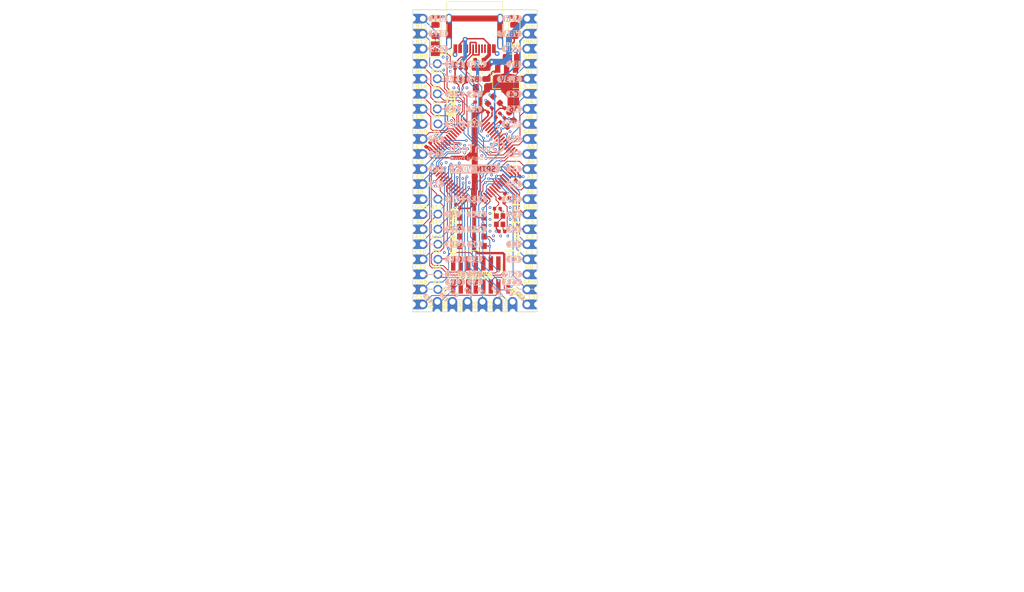
<source format=kicad_pcb>
(kicad_pcb (version 20211014) (generator pcbnew)
  (layers (0 "F.Cu" signal) (1 "In1.Cu" signal) (2 "In2.Cu" signal) (31 "B.Cu" signal) (34 "B.Paste" user) (35 "F.Paste" user) (36 "B.SilkS" user "B.Silkscreen") (37 "F.SilkS" user "F.Silkscreen") (38 "B.Mask" user) (39 "F.Mask" user) (44 "Edge.Cuts" user))
  (net 0 "")
  (net 1 "+3V3")
  (net 2 "GNDD")
  (net 3 "/HSE_IN")
  (net 4 "/NRST")
  (net 5 "+3.3VA")
  (net 6 "+5VD")
  (net 7 "/VREF2048")
  (net 8 "PB11")
  (net 9 "PA8")
  (net 10 "PA9")
  (net 11 "PB4")
  (net 12 "PC10")
  (net 19 "/HSE_OUT")
  (net 20 "+BATT")
  (net 21 "PB12")
  (net 22 "PB13")
  (net 23 "PB14")
  (net 24 "PB15")
  (net 25 "PB5")
  (net 26 "PB6")
  (net 27 "PB7")
  (net 28 "PB1")
  (net 30 "PB0")
  (net 31 "PB8")
  (net 32 "PC6")
  (net 33 "PC7")
  (net 34 "PC8")
  (net 35 "PC9")
  (net 36 "PB9")
  (net 38 "PA10")
  (net 39 "PC11")
  (net 40 "PC12")
  (net 41 "PC13")
  (net 42 "PC4")
  (net 43 "USB_D-")
  (net 44 "USB_D+")
  (net 45 "PC0")
  (net 46 "PC1")
  (net 47 "PC2")
  (net 48 "PC3")
  (net 49 "PA0")
  (net 50 "PA1")
  (net 51 "PA5")
  (net 52 "PA6")
  (net 54 "Net-(LED2-Pad1)")
  (net 55 "VBUS")
  (net 56 "Net-(LED1-Pad1)")
  (net 57 "Net-(JP1-Pad2)")
  (net 58 "Net-(J8-Pad11)")
  (net 59 "Net-(D1-Pad1)")
  (net 60 "Net-(C40-Pad1)")
  (net 61 "Net-(C4-Pad1)")
  (net 62 "Net-(C39-Pad2)")
  (net 63 "Earth_Protective")
  (net 64 "PB10")
  (net 65 "PB2")
  (net 66 "PC5")
  (net 67 "PA7")
  (net 68 "PA4")
  (net 69 "PA13")
  (net 70 "PA14")
  (net 71 "PB3")
  (net 72 "PD2")
  (net 73 "PA15")
  (net 74 "PA2")
  (net 75 "PA3")
  (net 76 "PC14")
  (footprint "Diode_SMD:D_SOD-523" (layer "F.Cu") (at 96.4 57.8)
    (property "Reference" "D1")
    (property "Value" "D_Small_Filled")
    (fp_text reference "D1" hide)
    (fp_text value "1N4448" hide)
  )
  (footprint "kibuzzard-62C87078" (layer "F.Cu") (at 95.7 94.1)
    (fp_text reference "kibuzzard-62C87078" hide)
    (fp_text value "G***" hide)
  )
  (footprint "Resistor_SMD:R_0402_1005Metric" (layer "F.Cu") (at 95.7 64.39 90)
    (fp_text reference "R1" hide)
    (fp_text value "1R")
  )
  (footprint "Crystal:Crystal_SMD_2016-4Pin_2.0x1.6mm" (layer "F.Cu") (at 99.83 84.84 -90)
    (fp_text reference "Y1" hide)
    (fp_text value "ECS-240-8-37-CKM-TR3   - 24MHz")
  )
  (footprint "Capacitor_SMD:C_0603_1608Metric" (layer "F.Cu") (at 99.3 64.5 135)
    (fp_text reference "C12" hide)
    (fp_text value "1µF")
  )
  (footprint "Resistor_SMD:R_0402_1005Metric" (layer "F.Cu") (at 101.060978 66.31 -45)
    (fp_text reference "FB1" hide)
    (fp_text value "1000Ohm @ 100MHz")
  )
  (footprint "Footprints:RasberryPi Pico" (layer "F.Cu") (at 85.160978 100.31 90)
    (fp_text reference "J1" hide)
    (fp_text value "Conn_02x20_Top_Bottom" hide)
  )
  (footprint "Package_TO_SOT_SMD:SOT-23-6" (layer "F.Cu") (at 93.25 59.9375 90)
    (fp_text reference "U3" hide)
    (fp_text value "WE-TVS-82400102")
  )
  (footprint "Package_TO_SOT_SMD:SOT-89-3" (layer "F.Cu") (at 101 60.95 -90)
    (fp_text reference "U4" hide)
    (fp_text value "AZ1117-33")
  )
  (footprint "Resistor_SMD:R_0402_1005Metric" (layer "F.Cu") (at 100.260978 81.51 135)
    (fp_text reference "R23" hide)
    (fp_text value "220")
  )
  (footprint "Capacitor_SMD:C_0603_1608Metric" (layer "F.Cu") (at 101.660978 68.51 45)
    (fp_text reference "C41" hide)
    (fp_text value "1µF")
  )
  (footprint "Capacitor_SMD:C_0402_1005Metric" (layer "F.Cu") (at 101.060978 80.71 -45)
    (fp_text reference "C5" hide)
    (fp_text value "100nF")
  )
  (footprint "Fuse:Fuse_0805_2012Metric" (layer "F.Cu") (at 97.6 60.0625 90)
    (fp_text reference "F1" hide)
    (fp_text value "350mA" hide)
  )
  (footprint "Resistor_SMD:R_0402_1005Metric" (layer "F.Cu") (at 102.3 50.51 180)
    (fp_text reference "R26" hide)
    (fp_text value "330")
  )
  (footprint "Capacitor_SMD:C_0603_1608Metric" (layer "F.Cu") (at 97.3 65.7 45)
    (fp_text reference "C6" hide)
    (fp_text value "4,7uF")
  )
  (footprint "Button_Switch_SMD:SW_Push_1P1T_NO_CK_KMR2" (layer "F.Cu") (at 95.15 85.2 180)
    (fp_text reference "SW2" hide)
    (fp_text value "KMR241NGLFS")
  )
  (footprint "Footprints:PinHeader_1x07_P2.54mm_Vertical" (layer "F.Cu") (at 89.4 81.29)
    (fp_text reference "J102" hide)
    (fp_text value "Conn_01x06_Male" hide)
  )
  (footprint "Capacitor_SMD:C_0805_2012Metric" (layer "F.Cu") (at 96.75 62.5625 180)
    (fp_text reference "C39" hide)
    (fp_text value "10uF")
  )
  (footprint "Connector_PinHeader_1.27mm:PinHeader_2x07_P1.27mm_Vertical_SMD" (layer "F.Cu") (at 95.8 94.1 90)
    (fp_text reference "J8" hide)
    (fp_text value "FTSH-107-01-F-DV-K " hide)
  )
  (footprint "Fuse:Fuse_0805_2012Metric" (layer "F.Cu") (at 95.8 60.0625 -90)
    (fp_text reference "F2" hide)
    (fp_text value "350mA" hide)
  )
  (footprint "Capacitor_SMD:C_0402_1005Metric" (layer "F.Cu") (at 98.2 66.3 45)
    (fp_text reference "C10" hide)
    (fp_text value "100nF")
  )
  (footprint "Capacitor_SMD:C_0402_1005Metric" (layer "F.Cu") (at 102.9 77.8 -135)
    (fp_text reference "C9" hide)
    (fp_text value "100nF")
  )
  (footprint "Resistor_SMD:R_0402_1005Metric" (layer "F.Cu") (at 89.050978 50.51)
    (fp_text reference "R28" hide)
    (fp_text value "330")
  )
  (footprint "Capacitor_SMD:C_0402_1005Metric" (layer "F.Cu") (at 100.21 86.74 180)
    (fp_text reference "C4" hide)
    (fp_text value "12pF")
  )
  (footprint "Capacitor_SMD:C_0402_1005Metric" (layer "F.Cu") (at 99.521567 67.149411 45)
    (fp_text reference "C14" hide)
    (fp_text value "10nF")
  )
  (footprint "LED_SMD:LED_0805_2012Metric" (layer "F.Cu") (at 89 52.81 -90)
    (fp_text reference "LED1" hide)
    (fp_text value "LED" hide)
  )
  (footprint "Capacitor_SMD:C_0402_1005Metric" (layer "F.Cu") (at 92.760978 82.51 135)
    (fp_text reference "C8" hide)
    (fp_text value "100nF")
  )
  (footprint "LED_SMD:LED_0805_2012Metric" (layer "F.Cu") (at 102.3 52.8 -90)
    (fp_text reference "LED2" hide)
    (fp_text value "PWR")
  )
  (footprint "kibuzzard-62C86250" (layer "F.Cu") (at 92 89 90)
    (fp_text reference "kibuzzard-62C86250" hide)
    (fp_text value "G***" hide)
  )
  (footprint "Button_Switch_SMD:SW_Push_1P1T_NO_CK_KMR2" (layer "F.Cu") (at 95.15 88.4)
    (fp_text reference "SW1")
    (fp_text value "KMR241NGLFS")
  )
  (footprint "kibuzzard-62C86242" (layer "F.Cu") (at 92 84.9 90)
    (fp_text reference "kibuzzard-62C86242" hide)
    (fp_text value "G***" hide)
  )
  (footprint "Capacitor_SMD:C_0402_1005Metric" (layer "F.Cu") (at 99.430978 82.89)
    (fp_text reference "C3" hide)
    (fp_text value "12pF")
  )
  (footprint "Footprints:owntech_mini" (layer "F.Cu") (at 102.1 86.3 90)
    (fp_text reference "G***" hide)
    (fp_text value "LOGO" hide)
  )
  (footprint "Capacitor_SMD:C_0402_1005Metric" (layer "F.Cu") (at 100.321567 67.949411 45)
    (fp_text reference "C42" hide)
    (fp_text value "100nF")
  )
  (footprint "Capacitor_SMD:C_0805_2012Metric" (layer "F.Cu") (at 101.8 57.5)
    (fp_text reference "C40" hide)
    (fp_text value "10uF")
  )
  (footprint "Resistor_SMD:R_0402_1005Metric" (layer "F.Cu") (at 101.260978 96.51 -90)
    (fp_text reference "R24" hide)
    (fp_text value "100")
  )
  (footprint "kibuzzard-62C86036" (layer "F.Cu") (at 91.6 65.1 90)
    (fp_text reference "kibuzzard-62C86036" hide)
    (fp_text value "G***" hide)
  )
  (footprint "Package_QFP:LQFP-64_10x10mm_P0.5mm" (layer "F.Cu") (at 95.560978 74.81 135)
    (fp_text reference "U1" hide)
    (fp_text value "STM32G474RE")
  )
  (footprint "Jumper:SolderJumper-2_P1.3mm_Open_TrianglePad1.0x1.5mm" (layer "F.Cu") (at 88.966978 55.89 90)
    (fp_text reference "JP1" hide)
    (fp_text value "SolderJumper_2_Bridged" hide)
  )
  (footprint "Capacitor_SMD:C_0402_1005Metric" (layer "F.Cu") (at 87.760978 72.11 45)
    (fp_text reference "C7" hide)
    (fp_text value "100nF")
  )
  (footprint "Footprints:PinHeader_1x05_P2.54mm_Vertical" (layer "F.Cu") (at 89.3 68.59 180)
    (fp_text reference "J101" hide)
    (fp_text value "Conn_01x05_Male" hide)
  )
  (footprint "Connector_USB:USB_C_Receptacle_HRO_TYPE-C-31-M-12" (layer "F.Cu") (at 95.6 51.84 180)
    (fp_text reference "J2" hide)
    (fp_text value "USB_C_Receptacle_USB2.0")
  )
  (footprint "kibuzzard-62C86AAB" (layer "B.Cu") (at 94.6 96.9 135)
    (fp_text reference "kibuzzard-62C86AAB" hide)
    (fp_text value "G***" hide)
  )
  (footprint "kibuzzard-62C863BD" (layer "B.Cu") (at 92.270631 61.023015 180)
    (fp_text reference "kibuzzard-62C863BD" hide)
    (fp_text value "G***" hide)
  )
  (footprint "kibuzzard-62C86371" (layer "B.Cu") (at 102.253549 88.892856 180)
    (fp_text reference "kibuzzard-62C86371" hide)
    (fp_text value "G***" hide)
  )
  (footprint "kibuzzard-62C86353" (layer "B.Cu") (at 102.274981 73.650706 180)
    (fp_text reference "kibuzzard-62C86353" hide)
    (fp_text value "G***" hide)
  )
  (footprint "kibuzzard-62C86461" (layer "B.Cu") (at 92.29365 88.892856 180)
    (fp_text reference "kibuzzard-62C86461" hide)
    (fp_text value "G***" hide)
  )
  (footprint "Footprints:owntech10mm" (layer "B.Cu") (at 96 72.9 180)
    (fp_text reference "G***" hide)
    (fp_text value "LOGO" hide)
  )
  (footprint "kibuzzard-62C86401" (layer "B.Cu") (at 89.100793 73.650706 180)
    (fp_text reference "kibuzzard-62C86401" hide)
    (fp_text value "G***" hide)
  )
  (footprint "kibuzzard-62C86317" (layer "B.Cu") (at 92.3 93.964284 180)
    (fp_text reference "kibuzzard-62C86317" hide)
    (fp_text value "G***" hide)
  )
  (footprint "kibuzzard-62C86317" (layer "B.Cu") (at 92.3 68.6 180)
    (fp_text reference "kibuzzard-62C86317" hide)
    (fp_text value "G***" hide)
  )
  (footprint "kibuzzard-62C86A9B" (layer "B.Cu") (at 90.4 97.8 135)
    (fp_text reference "kibuzzard-62C86A9B" hide)
    (fp_text value "G***" hide)
  )
  (footprint "kibuzzard-62C86349" (layer "B.Cu") (at 102.264662 71.1 180)
    (fp_text reference "kibuzzard-62C86349" hide)
    (fp_text value "G***" hide)
  )
  (footprint "kibuzzard-62C8641D" (layer "B.Cu") (at 95.997619 83.828571 180)
    (fp_text reference "kibuzzard-62C8641D" hide)
    (fp_text value "G***" hide)
  )
  (footprint "kibuzzard-62C863FB" (layer "B.Cu") (at 89.1 71.1 180)
    (fp_text reference "kibuzzard-62C863FB" hide)
    (fp_text value "G***" hide)
  )
  (footprint "kibuzzard-62C86AA4" (layer "B.Cu") (at 99.4 96.9 135)
    (fp_text reference "kibuzzard-62C86AA4" hide)
    (fp_text value "G***" hide)
  )
  (footprint "kibuzzard-62C86384" (layer "B.Cu") (at 101.9 95.3 180)
    (fp_text reference "kibuzzard-62C86384" hide)
    (fp_text value "G***" hide)
  )
  (footprint "kibuzzard-62C863D6" (layer "B.Cu") (at 92.252375 63.540474 180)
    (fp_text reference "kibuzzard-62C863D6" hide)
    (fp_text value "G***" hide)
  )
  (footprint "kibuzzard-62C8635A" (layer "B.Cu") (at 102.253549 78.755294 180)
    (fp_text reference "kibuzzard-62C8635A" hide)
    (fp_text value "G***" hide)
  )
  (footprint "kibuzzard-62C8642B" (layer "B.Cu") (at 95.620257 88.892856 180)
    (fp_text reference "kibuzzard-62C8642B" hide)
    (fp_text value "G***" hide)
  )
  (footprint "kibuzzard-62C8639B" (layer "B.Cu") (at 89.43688 50.8 180)
    (fp_text reference "kibuzzard-62C8639B" hide)
    (fp_text value "G***" hide)
  )
  (footprint "kibuzzard-62C86317" (layer "B.Cu") (at 101.8746 81.3 180)
    (fp_text reference "kibuzzard-62C86317" hide)
    (fp_text value "G***" hide)
  )
  (footprint "kibuzzard-62C86437" (layer "B.Cu") (at 95.613907 93.964284 180)
    (fp_text reference "kibuzzard-62C86437" hide)
    (fp_text value "G***" hide)
  )
  (footprint "kibuzzard-62C86317" (layer "B.Cu") (at 101.8746 55.882363 180)
    (fp_text reference "kibuzzard-62C86317" hide)
    (fp_text value "G***" hide)
  )
  (footprint "kibuzzard-62C86335" (layer "B.Cu") (at 102.253549 63.540474 180)
    (fp_text reference "kibuzzard-62C86335" hide)
    (fp_text value "G***" hide)
  )
  (footprint "kibuzzard-62C86317" (layer "B.Cu") (at 101.8746 93.964284 180)
    (fp_text reference "kibuzzard-62C86317" hide)
    (fp_text value "G***" hide)
  )
  (footprint "kibuzzard-62C86ABB" (layer "B.Cu") (at 101.4 96.9 135)
    (fp_text reference "kibuzzard-62C86ABB" hide)
    (fp_text value "G***" hide)
  )
  (footprint "kibuzzard-62C8636A" (layer "B.Cu") (at 102.253549 86.357142 180)
    (fp_text reference "kibuzzard-62C8636A" hide)
    (fp_text value "G***" hide)
  )
  (footprint "kibuzzard-62C86431" (layer "B.Cu") (at 95.624226 91.42857 180)
    (fp_text reference "kibuzzard-62C86431" hide)
    (fp_text value "G***" hide)
  )
  (footprint "kibuzzard-62C86AB2" (layer "B.Cu") (at 96.807811 96.896435 135)
    (fp_text reference "kibuzzard-62C86AB2" hide)
    (fp_text value "G***" hide)
  )
  (footprint "kibuzzard-62C863AC" (layer "B.Cu") (at 92.261106 58.5 180)
    (fp_text reference "kibuzzard-62C863AC" hide)
    (fp_text value "G***" hide)
  )
  (footprint "kibuzzard-62C8637B" (layer "B.Cu") (at 102.253549 91.42857 180)
    (fp_text reference "kibuzzard-62C8637B" hide)
    (fp_text value "G***" hide)
  )
  (footprint "kibuzzard-62C86424" (layer "B.Cu") (at 95.985713 86.357142 180)
    (fp_text reference "kibuzzard-62C86424" hide)
    (fp_text value "G***" hide)
  )
  (footprint "kibuzzard-62C863ED" (layer "B.Cu") (at 95.557976 66.067458 180)
    (fp_text reference "kibuzzard-62C863ED" hide)
    (fp_text value "G***" hide)
  )
  (footprint "kibuzzard-62C86302" (layer "B.Cu") (at 101.9 50.8 180)
    (fp_text reference "kibuzzard-62C86302" hide)
    (fp_text value "G***" hide)
  )
  (footprint "kibuzzard-62C863C4" (layer "B.Cu") (at 95.575439 61.023015 180)
    (fp_text reference "kibuzzard-62C863C4" hide)
    (fp_text value "G***" hide)
  )
  (footprint "kibuzzard-62C864F6" (layer "B.Cu") (at 102.274981 76.203 180)
    (fp_text reference "kibuzzard-62C864F6" hide)
    (fp_text value "G***" hide)
  )
  (footprint "kibuzzard-62C86470" (layer "B.Cu") (at 92.316669 95.3 180)
    (fp_text reference "kibuzzard-62C86470" hide)
    (fp_text value "G***" hide)
  )
  (footprint "kibuzzard-62C86450" (layer "B.Cu") (at 91.913907 83.828571 180)
    (fp_text reference "kibuzzard-62C86450" hide)
    (fp_text value "G***" hide)
  )
  (footprint "kibuzzard-62C86468" (layer "B.Cu") (at 92.288888 91.42857 180)
    (fp_text reference "kibuzzard-62C86468" hide)
    (fp_text value "G***" hide)
  )
  (footprint "kibuzzard-62C8630E" (layer "B.Cu") (at 101.47455 53.336419 180)
    (fp_text reference "kibuzzard-62C8630E" hide)
    (fp_text value "G***" hide)
  )
  (footprint "kibuzzard-62C8643D" (layer "B.Cu") (at 95.649626 95.3 180)
    (fp_text reference "kibuzzard-62C8643D" hide)
    (fp_text value "G***" hide)
  )
  (footprint "kibuzzard-62C86317" (layer "B.Cu") (at 89.478949 55.882363 180)
    (fp_text reference "kibuzzard-62C86317" hide)
    (fp_text value "G***" hide)
  )
  (footprint "kibuzzard-62C863F3" (layer "B.Cu") (at 95.557976 68.6 180)
    (fp_text reference "kibuzzard-62C863F3" hide)
    (fp_text value "G***" hide)
  )
  (footprint "kibuzzard-62C863A5" (layer "B.Cu") (at 89.444818 53.336419 180)
    (fp_text reference "kibuzzard-62C863A5" hide)
    (fp_text value "G***" hide)
  )
  (footprint "kibuzzard-62C86362" (layer "B.Cu") (at 102.253549 83.828571 180)
    (fp_text reference "kibuzzard-62C86362" hide)
    (fp_text value "G***" hide)
  )
  (footprint "kibuzzard-62C863E7" (layer "B.Cu") (at 91.921051 66.067458 180)
    (fp_text reference "kibuzzard-62C863E7" hide)
    (fp_text value "G***" hide)
  )
  (footprint "kibuzzard-62C86317" (layer "B.Cu") (at 101.8746 68.6 180)
    (fp_text reference "kibuzzard-62C86317" hide)
    (fp_text value "G***" hide)
  )
  (footprint "kibuzzard-62C86A6F" (layer "B.Cu") (at 87.7 98 135)
    (fp_text reference "kibuzzard-62C86A6F" hide)
    (fp_text value "G***" hide)
  )
  (footprint "kibuzzard-62C863B3" (layer "B.Cu") (at 95.930576 58.5 180)
    (fp_text reference "kibuzzard-62C863B3" hide)
    (fp_text value "G***" hide)
  )
  (footprint "kibuzzard-62C86AC0" (layer "B.Cu") (at 103.3 97.6 135)
    (fp_text reference "kibuzzard-62C86AC0" hide)
    (fp_text value "G***" hide)
  )
  (footprint "kibuzzard-62C86415" (layer "B.Cu") (at 96 81.3 180)
    (fp_text reference "kibuzzard-62C86415" hide)
    (fp_text value "G***" hide)
  )
  (footprint "kibuzzard-62C8633C" (layer "B.Cu") (at 102.261487 66.067458 180)
    (fp_text reference "kibuzzard-62C8633C" hide)
    (fp_text value "G***" hide)
  )
  (footprint "kibuzzard-62C86188" (layer "B.Cu") (at 95.6 76.2 180)
    (fp_text reference "kibuzzard-62C86188" hide)
    (fp_text value "G***" hide)
  )
  (footprint "kibuzzard-62C863DD" (layer "B.Cu") (at 95.579408 63.540474 180)
    (fp_text reference "kibuzzard-62C863DD" hide)
    (fp_text value "G***" hide)
  )
  (footprint "kibuzzard-62C86324" (layer "B.Cu") (at 102.263074 58.5 180)
    (fp_text reference "kibuzzard-62C86324" hide)
    (fp_text value "G***" hide)
  )
  (footprint "kibuzzard-62C86317" (layer "B.Cu") (at 92.3 81.3 180)
    (fp_text reference "kibuzzard-62C86317" hide)
    (fp_text value "G***" hide)
  )
  (footprint "kibuzzard-62C86458" (layer "B.Cu") (at 92.307938 86.357142 180)
    (fp_text reference "kibuzzard-62C86458" hide)
    (fp_text value "G***" hide)
  )
  (footprint "kibuzzard-62C8640E" (layer "B.Cu") (at 89.100793 78.755294 180)
    (fp_text reference "kibuzzard-62C8640E" hide)
    (fp_text value "G***" hide)
  )
  (footprint "kibuzzard-62C8632C" (layer "B.Cu") (at 101.476931 61.023015 180)
    (fp_text reference "kibuzzard-62C8632C" hide)
    (fp_text value "G***" hide)
  )
  (footprint "kibuzzard-62C86AA4" (layer "B.Cu") (at 91.9 96.9 135)
    (fp_text reference "kibuzzard-62C86AA4" hide)
    (fp_text value "G***" hide)
  )
  (footprint "kibuzzard-62C86407" (layer "B.Cu") (at 89.101587 76.203 180)
    (fp_text reference "kibuzzard-62C86407" hide)
    (fp_text value "G***" hide)
  )
  (gr_line (start 90.4 61) (end 87 61) (layer "B.SilkS") (width 0.15))
  (gr_line (start 87 86.4) (end 90.4 86.4) (layer "B.SilkS") (width 0.15))
  (gr_line (start 87 96.5) (end 90.4 96.5) (layer "B.SilkS") (width 0.15))
  (gr_line (start 87 68.6) (end 90.4 68.6) (layer "B.SilkS") (width 0.15))
  (gr_line (start 90.4 96.5) (end 90.7 96.1) (layer "B.SilkS") (width 0.15))
  (gr_line (start 87 63.5) (end 90.4 63.5) (layer "B.SilkS") (width 0.15))
  (gr_line (start 103.1 96.5) (end 106.1 96.5) (layer "B.SilkS") (width 0.15))
  (gr_line (start 90.4 58.5) (end 87 58.5) (layer "B.SilkS") (width 0.15))
  (gr_line (start 103.1 96.5) (end 102.7 96.1) (layer "B.SilkS") (width 0.15))
  (gr_line (start 87 81.3) (end 90.4 81.3) (layer "B.SilkS") (width 0.15))
  (gr_line (start 87 88.9) (end 90.4 88.9) (layer "B.SilkS") (width 0.15))
  (gr_line (start 90.4 94) (end 87 94) (layer "B.SilkS") (width 0.15))
  (gr_line (start 87 66.1) (end 90.4 66.1) (layer "B.SilkS") (width 0.15))
  (gr_line (start 87 83.8) (end 90.4 83.8) (layer "B.SilkS") (width 0.15))
  (gr_line (start 87 91.5) (end 90.4 91.5) (layer "B.SilkS") (width 0.15))
  (gr_rect (start 85.160978 100.31) (end 106.160978 49.31) (layer "Edge.Cuts") (width 0.1) (fill none))
  (gr_text "A13" (at 89.2 82.7) (layer "F.SilkS") (effects (font (size 0.7 0.7))))
  (gr_text "C2" (at 104.95 87.67) (layer "F.SilkS") (effects (font (size 0.7 0.7))))
  (gr_text "C12" (at 86.57 97.84) (layer "F.SilkS") (effects (font (size 0.7 0.7))))
  (gr_text "A5" (at 105.12 72.44) (layer "F.SilkS") (effects (font (size 0.7 0.7))))
  (gr_text "A15" (at 89.2 87.7) (layer "F.SilkS") (effects (font (size 0.7 0.7))))
  (gr_text "B15" (at 86.58 64.81) (layer "F.SilkS") (effects (font (size 0.7 0.7))))
  (gr_text "GND" (at 86.56 95.3) (layer "F.SilkS") (effects (font (size 0.7 0.7))))
  (gr_text "GND" (at 86.63 57.19) (layer "F.SilkS") (effects (font (size 0.7 0.7))))
  (gr_text "C4" (at 104.85 64.82) (layer "F.SilkS") (effects (font (size 0.7 0.7))))
  (gr_text "GND" (at 93.15 99.15 90) (layer "F.SilkS") (effects (font (size 0.7 0.7))))
  (gr_text "B11" (at 86.64 52.12) (layer "F.SilkS") (effects (font (size 0.7 0.7))))
  (gr_text "VBAT" (at 104.8 54.66) (layer "F.SilkS") (effects (font (size 0.7 0.7))))
  (gr_text "A8" (at 86.39 80.05) (layer "F.SilkS") (effects (font (size 0.7 0.7))))
  (gr_text "GND" (at 104.9 57.19) (layer "F.SilkS") (effects (font (size 0.7 0.7))))
  (gr_text "A0" (at 104.99 80.05) (layer "F.SilkS") (effects (font (size 0.7 0.7))))
  (gr_text "GND" (at 104.9 82.6) (layer "F.SilkS") (effects (font (size 0.7 0.7))))
  (gr_text "GND" (at 86.55 82.6) (layer "F.SilkS") (effects (font (size 0.7 0.7))))
  (gr_text "B2" (at 89.2 62.3) (layer "F.SilkS") (effects (font (size 0.7 0.7))))
  (gr_text "A14" (at 89.2 85.1) (layer "F.SilkS") (effects (font (size 0.7 0.7))))
  (gr_text "A4" (at 89.2 70.1) (layer "F.SilkS") (effects (font (size 0.7 0.7))))
  (gr_text "GND" (at 86.56 69.9008) (layer "F.SilkS") (effects (font (size 0.7 0.7))))
  (gr_text "A4" (at 105.11 74.98) (layer "F.SilkS") (effects (font (size 0.7 0.7))))
  (gr_text "C8" (at 86.35 74.97) (layer "F.SilkS") (effects (font (size 0.7 0.7))))
  (gr_text "C5" (at 89.2 64.9) (layer "F.SilkS") (effects (font (size 0.7 0.7))))
  (gr_text "B14" (at 86.58 62.27) (layer "F.SilkS") (effects (font (size 0.7 0.7))))
  (gr_text "A3" (at 90.6 96.7 90) (layer "F.SilkS") (effects (font (size 0.7 0.7))))
  (gr_text "C11" (at 86.51 92.74) (layer "F.SilkS") (effects (font (size 0.7 0.7))))
  (gr_text "C6" (at 86.37 67.35) (layer "F.SilkS") (effects (font (size 0.7 0.7))))
  (gr_text "C1" (at 104.9 90.2) (layer "F.SilkS") (effects (font (size 0.7 0.7))))
  (gr_text "B1" (at 104.85 59.74) (layer "F.SilkS") (effects (font (size 0.7 0.7))))
  (gr_text "A2" (at 89.2 95.3) (layer "F.SilkS") (effects (font (size 0.7 0.7))))
  (gr_text "C7\n" (at 86.33 72.44) (layer "F.SilkS") (effects (font (size 0.7 0.7))))
  (gr_text "B9" (at 103.3 97.6 90) (layer "F.SilkS") (effects (font (size 0.7 0.7))))
  (gr_text "C10" (at 86.45 90.21) (layer "F.SilkS") (effects (font (size 0.7 0.7))))
  (gr_text "B4" (at 88.2 99.1 90) (layer "F.SilkS") (effects (font (size 0.7 0.7))))
  (gr_text "B7" (at 98.23 99.15 90) (layer "F.SilkS") (effects (font (size 0.7 0.7))))
  (gr_text "GND" (at 100.77 99.05 90) (layer "F.SilkS") (effects (font (size 0.7 0.7))))
  (gr_text "GND" (at 104.91 95.3) (layer "F.SilkS") (effects (font (size 0.7 0.7))))
  (gr_text "A10" (at 86.49 87.67) (layer "F.SilkS") (effects (font (size 0.7 0.7))))
  (gr_text "LED" (at 91 56.6) (layer "F.SilkS") (effects (font (size 0.75 0.75))))
  (gr_text "B5" (at 90.61 99.2 90) (layer "F.SilkS") (effects (font (size 0.7 0.7))))
  (gr_text "D2" (at 89.2 90.1) (layer "F.SilkS") (effects (font (size 0.7 0.7))))
  (gr_text "3.3V" (at 104.85 62.28) (layer "F.SilkS") (effects (font (size 0.7 0.7))))
  (gr_text "A7" (at 89.2 67.3) (layer "F.SilkS") (effects (font (size 0.7 0.7))))
  (gr_text "B13" (at 86.58 59.73) (layer "F.SilkS") (effects (font (size 0.7 0.7))))
  (gr_text "A9" (at 86.34 85.15) (layer "F.SilkS") (effects (font (size 0.7 0.7))))
  (gr_text "C13" (at 104.85 97.83) (layer "F.SilkS") (effects (font (size 0.7 0.7))))
  (gr_text "B3" (at 89.2 92.7) (layer "F.SilkS") (effects (font (size 0.7 0.7))))
  (gr_text "VIN" (at 104.95 52.11) (layer "F.SilkS") (effects (font (size 0.7 0.7))))
  (gr_text "B8" (at 102.25 96.9 90) (layer "F.SilkS") (effects (font (size 0.7 0.7))))
  (gr_text "C9" (at 86.38 77.51) (layer "F.SilkS") (effects (font (size 0.7 0.7))))
  (gr_text "C3" (at 104.95 85.15) (layer "F.SilkS") (effects (font (size 0.7 0.7))))
  (gr_text "B6" (at 95.69 99.15 90) (layer "F.SilkS") (effects (font (size 0.7 0.7))))
  (gr_text "B12" (at 86.62 54.65) (layer "F.SilkS") (effects (font (size 0.7 0.7))))
  (gr_text "B10" (at 89.2 59.7) (layer "F.SilkS") (effects (font (size 0.7 0.7))))
  (gr_text "A1" (at 105.06 77.51) (layer "F.SilkS") (effects (font (size 0.7 0.7))))
  (gr_text "A6" (at 104.85 67.35) (layer "F.SilkS") (effects (font (size 0.7 0.7))))
  (gr_text "GND" (at 104.9 69.89) (layer "F.SilkS") (effects (font (size 0.7 0.7))))
  (gr_text "C0" (at 104.85 92.75) (layer "F.SilkS") (effects (font (size 0.7 0.7))))
  (segment (start 95.460978 73.31) (end 94.470978 74.3) (width 1) (layer "F.Cu") (net 1))
  (segment (start 95.4 89.9) (end 95.6 89.9) (width 0.4) (layer "F.Cu") (net 1))
  (segment (start 96.1 84.4) (end 95.5 83.8) (width 0.25) (layer "F.Cu") (net 1))
  (segment (start 95.624501 77.487111) (end 95.624501 79.556839) (width 1) (layer "F.Cu") (net 1))
  (segment (start 97.469186 66.248008) (end 97.9 66.678822) (width 0.25) (layer "F.Cu") (net 1))
  (segment (start 101.421602 66.670624) (end 101.700354 66.670624) (width 0.25) (layer "F.Cu") (net 1))
  (segment (start 93.26 96.26) (end 93.26 95.207589) (width 0.15) (layer "F.Cu") (net 1))
  (segment (start 95.620332 67.050646) (end 95.620332 77.482942) (width 1) (layer "F.Cu") (net 1))
  (segment (start 93.100389 82.599611) (end 94.199797 81.500203) (width 0.25) (layer "F.Cu") (net 1))
  (segment (start 87.897089 72.449411) (end 88.896497 73.448819) (width 0.25) (layer "F.Cu") (net 1))
  (segment (start 96.285489 66.385489) (end 96.448591 66.222387) (width 1) (layer "F.Cu") (net 1))
  (segment (start 102.060978 66.031248) (end 101.421602 66.670624) (width 1) (layer "F.Cu") (net 1))
  (segment (start 103.278822 77.5) (end 103.8 77.5) (width 0.25) (layer "F.Cu") (net 1))
  (segment (start 93.100389 82.849411) (end 94.750589 82.849411) (width 0.25) (layer "F.Cu") (net 1))
  (segment (start 100.379511 90.400489) (end 100.6 90.620978) (width 0.4) (layer "F.Cu") (net 1))
  (segment (start 99.299022 61.95) (end 100.9 60.349022) (width 1) (layer "F.Cu") (net 1))
  (segment (start 102.94952 77.170698) (end 102.94952 76.895242) (width 0.25) (layer "F.Cu") (net 1))
  (segment (start 96.100489 90.400489) (end 100.379511 90.400489) (width 0.4) (layer "F.Cu") (net 1))
  (segment (start 101.700354 66.670624) (end 102.060978 66.31) (width 0.25) (layer "F.Cu") (net 1))
  (segment (start 95.624501 79.556839) (end 95.5 79.68134) (width 1) (layer "F.Cu") (net 1))
  (segment (start 102.94952 76.895242) (end 102.225459 76.171181) (width 0.25) (layer "F.Cu") (net 1))
  (segment (start 102.060978 64.31) (end 102.060978 66.031248) (width 1) (layer "F.Cu") (net 1))
  (segment (start 101 59.3875) (end 101 59) (width 0.25) (layer "F.Cu") (net 1))
  (segment (start 102.3 54.7) (end 102.3 53.7375) (width 0.25) (layer "F.Cu") (net 1))
  (segment (start 101.880978 53.9275) (end 102.070978 53.7375) (width 0.25) (layer "F.Cu") (net 1))
  (segment (start 101.8 58.2) (end 101.8 55.2) (width 0.25) (layer "F.Cu") (net 1))
  (segment (start 96.751992 66.248008) (end 97.469186 66.248008) (width 0.25) (layer "F.Cu") (net 1))
  (segment (start 97.860589 67.207089) (end 96.922159 68.145519) (width 0.25) (layer "F.Cu") (net 1))
  (segment (start 95.6 89.9) (end 96.100489 90.400489) (width 0.4) (layer "F.Cu") (net 1))
  (segment (start 97.7 62.4) (end 97.7 62.8) (width 0.6) (layer "F.Cu") (net 1))
  (segment (start 101 59) (end 101.8 58.2) (width 0.25) (layer "F.Cu") (net 1))
  (segment (start 101.8 55.2) (end 102.3 54.7) (width 0.25) (layer "F.Cu") (net 1))
  (segment (start 98.784824 76.11) (end 99.129483 76.454659) (width 1) (layer "F.Cu") (net 1))
  (segment (start 102.070978 53.7375) (end 102.3 53.7375) (width 0.25) (layer "F.Cu") (net 1))
  (segment (start 97.2 84.4) (end 96.1 84.4) (width 0.25) (layer "F.Cu") (net 1))
  (segment (start 95.5 83.8) (end 95.5 82.1) (width 0.6) (layer "F.Cu") (net 1))
  (segment (start 96.61297 63.88703) (end 96.61297 66.058008) (width 0.6) (layer "F.Cu") (net 1))
  (segment (start 94.345607 94.121982) (end 99.978018 94.121982) (width 0.15) (layer "F.Cu") (net 1))
  (segment (start 96.285489 66.385489) (end 95.620332 67.050646) (width 1) (layer "F.Cu") (net 1))
  (segment (start 100.6 90.620978) (end 100.6 93.5) (width 0.4) (layer "F.Cu") (net 1))
  (segment (start 103.239411 77.460589) (end 102.94952 77.170698) (width 0.25) (layer "F.Cu") (net 1))
  (segment (start 100.6 62.849022) (end 102.060978 64.31) (width 1) (layer "F.Cu") (net 1))
  (segment (start 94.470978 74.3) (end 91.8 74.3) (width 0.7) (layer "F.Cu") (net 1))
  (segment (start 96.61297 66.058008) (end 96.285489 66.385489) (width 1) (layer "F.Cu") (net 1))
  (segment (start 104.460978 60.97) (end 101.310978 60.97) (width 1) (layer "F.Cu") (net 1))
  (segment (start 88.3 74.3) (end 91.8 74.3) (width 0.25) (layer "F.Cu") (net 1))
  (segment (start 95.620332 77.482942) (end 95.624501 77.487111) (width 1) (layer "F.Cu") (net 1))
  (segment (start 95.5 79.68134) (end 95.5 82.1) (width 1) (layer "F.Cu") (net 1))
  (segment (start 103.239411 77.460589) (end 103.278822 77.5) (width 0.25) (layer "F.Cu") (net 1))
  (segment (start 95.5 89.8) (end 95.5 83.8) (width 0.6) (layer "F.Cu") (net 1))
  (segment (start 93.26 95.207589) (end 94.345607 94.121982) (width 0.15) (layer "F.Cu") (net 1))
  (segment (start 97.860589 66.639411) (end 97.860589 67.207089) (width 0.25) (layer "F.Cu") (net 1))
  (segment (start 94.750589 82.849411) (end 95.5 82.1) (width 0.25) (layer "F.Cu") (net 1))
  (segment (start 94.199797 81.500203) (end 94.199797 81.474481) (width 0.25) (layer "F.Cu") (net 1))
  (segment (start 88.1 74.1) (end 88.3 74.3) (width 0.25) (layer "F.Cu") (net 1))
  (segment (start 87.421567 72.449411) (end 87.897089 72.449411) (width 0.25) (layer "F.Cu") (net 1))
  (segment (start 95.860978 76.11) (end 98.784824 76.11) (width 1) (layer "F.Cu") (net 1))
  (segment (start 99.978018 94.121982) (end 100.6 93.5) (width 0.15) (layer "F.Cu") (net 1))
  (segment (start 93.100389 82.849411) (end 93.100389 82.599611) (width 0.25) (layer "F.Cu") (net 1))
  (segment (start 97.7 62.8) (end 96.61297 63.88703) (width 0.6) (layer "F.Cu") (net 1))
  (segment (start 88.1 73.127844) (end 88.1 74.1) (width 0.25) (layer "F.Cu") (net 1))
  (segment (start 87.421567 72.449411) (end 88.1 73.127844) (width 0.25) (layer "F.Cu") (net 1))
  (via (at 103.8 77.5) (size 0.45) (drill 0.2) (layers "F.Cu" "B.Cu") (net 1))
  (via (at 99.129483 76.454659) (size 0.45) (drill 0.2) (layers "F.Cu" "B.Cu") (net 1))
  (via (at 91.8 74.3) (size 0.45) (drill 0.2) (layers "F.Cu" "B.Cu") (net 1))
  (segment (start 99.129483 76.454659) (end 100.354659 76.454659) (width 0.25) (layer "B.Cu") (net 1))
  (segment (start 100.354659 76.454659) (end 101.4 77.5) (width 0.25) (layer "B.Cu") (net 1))
  (segment (start 101.4 77.5) (end 103.8 77.5) (width 0.25) (layer "B.Cu") (net 1))
  (segment (start 102.75 57.5) (end 102.75 59.05) (width 1) (layer "F.Cu") (net 2))
  (segment (start 99.860978 66.81) (end 100.260978 67.21) (width 0.25) (layer "F.Cu") (net 2))
  (segment (start 99.25 86.74) (end 99.23 86.72) (width 0.25) (layer "F.Cu") (net 2))
  (segment (start 101.21 50.51) (end 101.2 50.5) (width 0.25) (layer "F.Cu") (net 2))
  (segment (start 100.280978 83.44) (end 99.910978 83.07) (width 0.25) (layer "F.Cu") (net 2))
  (segment (start 101.79 50.51) (end 101.21 50.51) (width 0.25) (layer "F.Cu") (net 2))
  (segment (start 102.75 57.5) (end 102.75 56.4255) (width 0.25) (layer "F.Cu") (net 2))
  (segment (start 97.848008 65.151992) (end 97.563522 64.867506) (width 0.25) (layer "F.Cu") (net 2))
  (segment (start 100.760978 67.71) (end 100.660978 67.61) (width 0.25) (layer "F.Cu") (net 2))
  (segment (start 97.4245 64.6755) (end 97.5 64.6) (width 0.25) (layer "F.Cu") (net 2))
  (segment (start 100.280978 84.040978) (end 100.38 84.14) (width 0.25) (layer "F.Cu") (net 2))
  (segment (start 95.8 96.26) (end 95.8 94.7) (width 0.25) (layer "F.Cu") (net 2))
  (segment (start 97.4245 64.677506) (end 97.4245 64.6755) (width 0.25) (layer "F.Cu") (net 2))
  (segment (start 88.100389 71.945605) (end 89.25005 73.095266) (width 0.25) (layer "F.Cu") (net 2))
  (segment (start 99.28 85.54) (end 99.28 85.4) (width 0.15) (layer "F.Cu") (net 2))
  (segment (start 98.1 87.6) (end 98.8 88.3) (width 0.15) (layer "F.Cu") (net 2))
  (segment (start 102.560589 78.139411) (end 102.9 78.478822) (width 0.25) (layer "F.Cu") (net 2))
  (segment (start 98.439411 65.860589) (end 98.2 65.621178) (width 0.25) (layer "F.Cu") (net 2))
  (segment (start 97.2 87.6) (end 98.1 87.6) (width 0.15) (layer "F.Cu") (net 2))
  (segment (start 102.75 56.4255) (end 102.5245 56.2) (width 0.25) (layer "F.Cu") (net 2))
  (segment (start 93.25 61.075) (end 93.25 60.5) (width 0.25) (layer "F.Cu") (net 2))
  (segment (start 99.28 85.76) (end 99.4 85.88) (width 0.15) (layer "F.Cu") (net 2))
  (segment (start 99.73 86.74) (end 99.25 86.74) (width 0.25) (layer "F.Cu") (net 2))
  (segment (start 98.544311 67.230473) (end 97.275712 68.499072) (width 0.25) (layer "F.Cu") (net 2))
  (segment (start 94.53 96.26) (end 94.53 94.73) (width 0.25) (layer "F.Cu") (net 2))
  (segment (start 101.956994 67.71) (end 100.760978 67.71) (width 0.25) (layer "F.Cu") (net 2))
  (segment (start 98.2 65.621178) (end 98.2 65.5) (width 0.25) (layer "F.Cu") (net 2))
  (segment (start 102.208986 67.961992) (end 101.956994 67.71) (width 0.25) (layer "F.Cu") (net 2))
  (segment (start 95.7 64.9005) (end 95.3005 65.3) (width 0.15) (layer "F.Cu") (net 2))
  (segment (start 98.860978 63.81) (end 98.31 63.81) (width 0.25) (layer "F.Cu") (net 2))
  (segment (start 98.85 55.885) (end 98.85 56.15) (width 0.25) (layer "F.Cu") (net 2))
  (segment (start 101.749222 96) (end 101.7601 96.010878) (width 0.25) (layer "F.Cu") (net 2))
  (segment (start 94.53 94.73) (end 94.5 94.7) (width 0.25) (layer "F.Cu") (net 2))
  (segment (start 99.910978 83.07) (end 99.910978 82.89) (width 0.25) (layer "F.Cu") (net 2))
  (segment (start 99.28 85.54) (end 99.28 85.76) (width 0.15) (layer "F.Cu") (net 2))
  (segment (start 98.85 56.15) (end 99.4 56.7) (width 0.25) (layer "F.Cu") (net 2))
  (segment (start 100.38 84.3) (end 100.38 84.14) (width 0.15) (layer "F.Cu") (net 2))
  (segment (start 98.539411 65.960589) (end 98.544311 65.965489) (width 0.25) (layer "F.Cu") (net 2))
  (segment (start 99.513316 69.089896) (end 99.529308 69.089896) (width 0.25) (layer "F.Cu") (net 2))
  (segment (start 92.796583 82.170589) (end 93.846244 81.120928) (width 0.25) (layer "F.Cu") (net 2))
  (segment (start 99.28 86.29) (end 99.73 86.74) (width 0.25) (layer "F.Cu") (net 2))
  (segment (start 90.260978 50.51) (end 89.560978 50.51) (width 0.25) (layer "F.Cu") (net 2))
  (segment (start 99.28 85.4) (end 100.38 84.3) (width 0.15) (layer "F.Cu") (net 2))
  (segment (start 102.5 77.152828) (end 102.5 78.078822) (width 0.25) (layer "F.Cu") (net 2))
  (segment (start 100.280978 83.44) (end 100.280978 84.040978) (width 0.25) (layer "F.Cu") (net 2))
  (segment (start 102.9 78.478822) (end 102.9 78.5) (width 0.25) (layer "F.Cu") (net 2))
  (segment (start 102.75 59.05) (end 102.5 59.3) (width 1) (layer "F.Cu") (net 2))
  (segment (start 92.421567 82.170589) (end 92.796583 82.170589) (width 0.25) (layer "F.Cu") (net 2))
  (segment (start 101.871906 76.524734) (end 102.5 77.152828) (width 0.25) (layer "F.Cu") (net 2))
  (segment (start 95.7 64.9) (end 95.7 64.9005) (width 0.15) (layer "F.Cu") (net 2))
  (segment (start 92.421567 82.569307) (end 92.287344 82.70353) (width 0.25) (layer "F.Cu") (net 2))
  (segment (start 98.31 63.81) (end 98.2 63.7) (width 0.25) (layer "F.Cu") (net 2))
  (segment (start 99.28 85.54) (end 99.28 86.29) (width 0.25) (layer "F.Cu") (net 2))
  (segment (start 101.400389 81.049411) (end 101.400389 81.300389) (width 0.25) (layer "F.Cu") (net 2))
  (segment (start 88.100389 71.770589) (end 88.100389 71.099611) (width 0.25) (layer "F.Cu") (net 2))
  (segment (start 92.35 55.885) (end 92.35 56.825402) (width 0.25) (layer "F.Cu") (net 2))
  (segment (start 92.35 56.825402) (end 92.293364 56.882038) (width 0.25) (layer "F.Cu") (net 2))
  (segment (start 92.421567 82.170589) (end 92.421567 82.569307) (width 0.25) (layer "F.Cu") (net 2))
  (segment (start 102.5 78.078822) (end 102.560589 78.139411) (width 0.25) (layer "F.Cu") (net 2))
  (segment (start 101.400389 81.300389) (end 101.6 81.5) (width 0.25) (layer "F.Cu") (net 2))
  (segment (start 88.100389 71.099611) (end 88.2 71) (width 0.25) (layer "F.Cu") (net 2))
  (segment (start 98.689926 69.913286) (end 99.513316 69.089896) (width 0.25) (layer "F.Cu") (net 2))
  (segment (start 98.544311 65.965489) (end 98.544311 67.230473) (width 0.25) (layer "F.Cu") (net 2))
  (segment (start 88.100389 71.770589) (end 88.100389 71.945605) (width 0.25) (layer "F.Cu") (net 2))
  (segment (start 101.260978 96) (end 101.749222 96) (width 0.25) (layer "F.Cu") (net 2))
  (via (at 101.6 84.7) (size 0.45) (drill 0.2) (layers "F.Cu" "B.Cu") (net 2))
  (via (at 101.6 83.7) (size 0.45) (drill 0.2) (layers "F.Cu" "B.Cu") (net 2))
  (via (at 92.293364 56.882038) (size 0.8) (drill 0.4) (layers "F.Cu" "B.Cu") (net 2))
  (via (at 101.6 85.7) (size 0.45) (drill 0.2) (layers "F.Cu" "B.Cu") (net 2))
  (via (at 102.402379 70.797623) (size 0.45) (drill 0.2) (layers "F.Cu" "B.Cu") (net 2))
  (via (at 98.2 86.7) (size 0.45) (drill 0.2) (layers "F.Cu" "B.Cu") (net 2))
  (via (at 91.7 68) (size 0.45) (drill 0.2) (layers "F.Cu" "B.Cu") (net 2))
  (via (at 90.3 57.3) (size 0.45) (drill 0.2) (layers "F.Cu" "B.Cu") (net 2))
  (via (at 101.7601 96.010878) (size 0.45) (drill 0.2) (layers "F.Cu" "B.Cu") (net 2))
  (via (at 98.2 82.7) (size 0.45) (drill 0.2) (layers "F.Cu" "B.Cu") (net 2))
  (via (at 92.1 66.8) (size 0.45) (drill 0.2) (layers "F.Cu" "B.Cu") (net 2))
  (via (at 100.330978 83.43) (size 0.45) (drill 0.2) (layers "F.Cu" "B.Cu") (net 2))
  (via (at 101.4 67.7) (size 0.45) (drill 0.2) (layers "F.Cu" "B.Cu") (net 2))
  (via (at 98.4 71.9995) (size 0.45) (drill 0.2) (layers "F.Cu" "B.Cu") (net 2))
  (via (at 97.8 70.6) (size 0.45) (drill 0.2) (layers "F.Cu" "B.Cu") (net 2))
  (via (at 100 87.5) (size 0.45) (drill 0.2) (layers "F.Cu" "B.Cu") (net 2))
  (via (at 91.5 59.7) (size 0.45) (drill 0.2) (layers "F.Cu" "B.Cu") (net 2))
  (via (at 99.4 56.7) (size 0.8) (drill 0.4) (layers "F.Cu" "B.Cu") (net 2))
  (via (at 101.210978 75.548521) (size 0.45) (drill 0.2) (layers "F.Cu" "B.Cu") (net 2))
  (via (at 94.3 62.5) (size 0.45) (drill 0.2) (layers "F.Cu" "B.Cu") (net 2))
  (via (at 101.6 86.7) (size 0.45) (drill 0.2) (layers "F.Cu" "B.Cu") (net 2))
  (via (at 98.2 85.7) (size 0.45) (drill 0.2) (layers "F.Cu" "B.Cu") (net 2))
  (via (at 102.9 78.5) (size 0.45) (drill 0.2) (layers "F.Cu" "B.Cu") (net 2))
  (via (at 101.586444 69.9) (size 0.45) (drill 0.2) (layers "F.Cu" "B.Cu") (net 2))
  (via (at 99.1 72.9) (size 0.45) (drill 0.2) (layers "F.Cu" "B.Cu") (net 2))
  (via (at 94.5 94.7) (size 0.45) (drill 0.2) (layers "F.Cu" "B.Cu") (net 2))
  (via (at 100.260978 67.21) (size 0.45) (drill 0.2) (layers "F.Cu" "B.Cu") (net 2))
  (via (at 98.8 88.3) (size 0.45) (drill 0.2) (layers "F.Cu" "B.Cu") (net 2))
  (via (at 97.5 64.6) (size 0.45) (drill 0.2) (layers "F.Cu" "B.Cu") (net 2))
  (via (at 93.9 72.2) (size 0.45) (drill 0.2) (layers "F.Cu" "B.Cu") (net 2))
  (via (at 95.3005 65.3) (size 0.45) (drill 0.2) (layers "F.Cu" "B.Cu") (net 2))
  (via (at 99.529308 69.089896) (size 0.45) (drill 0.2) (layers "F.Cu" "B.Cu") (net 2))
  (via (at 93.5 75.8) (size 0.45) (drill 0.2) (layers "F.Cu" "B.Cu") (net 2))
  (via (at 88.2 71) (size 0.45) (drill 0.2) (layers "F.Cu" "B.Cu") (net 2))
  (via (at 100.7 94.2) (size 0.45) (drill 0.2) (layers "F.Cu" "B.Cu") (net 2))
  (via (at 95.8 94.7) (size 0.45) (drill 0.2) (layers "F.Cu" "B.Cu") (net 2))
  (via (at 98.2 84.7) (size 0.45) (drill 0.2) (layers "F.Cu" "B.Cu") (net 2))
  (via (at 94.7 78.5) (size 0.45) (drill 0.2) (layers "F.Cu" "B.Cu") (net 2))
  (via (at 99.691071 75.3605) (size 0.45) (drill 0.2) (layers "F.Cu" "B.Cu") (net 2))
  (via (at 98.2 63.7) (size 0.45) (drill 0.2) (layers "F.Cu" "B.Cu") (net 2))
  (via (at 96.822758 73.929158) (size 0.45) (drill 0.2) (layers "F.Cu" "B.Cu") (net 2))
  (via (at 90.4032 59.4968) (size 0.45) (drill 0.2) (layers "F.Cu" "B.Cu") (net 2))
  (via (at 90.260978 50.51) (size 0.45) (drill 0.2) (layers "F.Cu" "B.Cu") (net 2))
  (via (at 101.2 87.5) (size 0.45) (drill 0.2) (layers "F.Cu" "B.Cu") (net 2))
  (via (at 90.8 75.1) (size 0.45) (drill 0.2) (layers "F.Cu" "B.Cu") (net 2))
  (via (at 102.5245 56.2) (size 0.8) (drill 0.4) (layers "F.Cu" "B.Cu") (net 2))
  (via (at 101.6 81.5) (size 0.45) (drill 0.2) (layers "F.Cu" "B.Cu") (net 2))
  (via (at 98.2 65.5) (size 0.45) (drill 0.2) (layers "F.Cu" "B.Cu") (net 2))
  (via (at 91.705916 76.04222) (size 0.45) (drill 0.2) (layers "F.Cu" "B.Cu") (net 2))
  (via (at 93.25 60.5) (size 0.45) (drill 0.2) (layers "F.Cu" "B.Cu") (net 2))
  (via (at 92.287344 82.70353) (size 0.45) (drill 0.2) (layers "F.Cu" "B.Cu") (net 2))
  (via (at 93.0532 65.4468) (size 0.45) (drill 0.2) (layers "F.Cu" "B.Cu") (net 2))
  (via (at 99.23 86.7) (size 0.45) (drill 0.2) (layers "F.Cu" "B.Cu") (net 2))
  (via (at 98.460978 77.21) (size 0.45) (drill 0.2) (layers "F.Cu" "B.Cu") (net 2))
  (via (at 90.5 90.3) (size 0.45) (drill 0.2) (layers "F.Cu" "B.Cu") (net 2))
  (via (at 92.7 76.8) (size 0.45) (drill 0.2) (layers "F.Cu" "B.Cu") (net 2))
  (via (at 98.2 83.7) (size 0.45) (drill 0.2) (layers "F.Cu" "B.Cu") (net 2))
  (via (at 92.1 62.5) (size 0.45) (drill 0.2) (layers "F.Cu" "B.Cu") (net 2))
  (via (at 92.41561 72.615608) (size 0.45) (drill 0.2) (layers "F.Cu" "B.Cu") (net 2))
  (via (at 89 79.1) (size 0.45) (drill 0.2) (layers "F.Cu" "B.Cu") (net 2))
  (via (at 93.6 77.8) (size 0.45) (drill 0.2) (layers "F.Cu" "B.Cu") (net 2))
  (via (at 93.9 73.5) (size 0.45) (drill 0.2) (layers "F.Cu" "B.Cu") (net 2))
  (via (at 101.2 50.5) (size 0.45) (drill 0.2) (layers "F.Cu" "B.Cu") (net 2))
  (via (at 101.6 82.7) (size 0.45) (drill 0.2) (layers "F.Cu" "B.Cu") (net 2))
  (via (at 98.8 87.5) (size 0.45) (drill 0.2) (layers "F.Cu" "B.Cu") (net 2))
  (segment (start 100.919204 67.7) (end 101.4 67.7) (width 0.15) (layer "B.Cu") (net 2))
  (segment (start 99.529308 69.089896) (end 100.919204 67.7) (width 0.15) (layer "B.Cu") (net 2))
  (segment (start 99.670489 81.870489) (end 99.670489 82.170489) (width 0.15) (layer "F.Cu") (net 3))
  (segment (start 99.65 81.85) (end 99.21456 81.41456) (width 0.15) (layer "F.Cu") (net 3))
  (segment (start 99.21456 81.41456) (end 99.21456 80.938456) (width 0.15) (layer "F.Cu") (net 3))
  (segment (start 99.65 81.85) (end 99.670489 81.870489) (width 0.15) (layer "F.Cu") (net 3))
  (segment (start 98.950978 82.89) (end 98.950978 83.810978) (width 0.15) (layer "F.Cu") (net 3))
  (segment (start 98.950978 82.89) (end 99.670489 82.170489) (width 0.15) (layer "F.Cu") (net 3))
  (segment (start 98.950978 83.810978) (end 99.28 84.14) (width 0.15) (layer "F.Cu") (net 3))
  (segment (start 99.21456 80.938456) (end 98.336372 80.060268) (width 0.15) (layer "F.Cu") (net 3))
  (segment (start 97.2 89.2) (end 98.1 89.2) (width 0.15) (layer "F.Cu") (net 4))
  (segment (start 100.460978 80.11) (end 99.800318 80.11) (width 0.15) (layer "F.Cu") (net 4))
  (segment (start 99.800318 80.11) (end 99.043479 79.353161) (width 0.15) (layer "F.Cu") (net 4))
  (segment (start 98.3 92.32) (end 98.3 91.024989) (width 0.15) (layer "F.Cu") (net 4))
  (segment (start 98.1 89.2) (end 98.15 89.25) (width 0.15) (layer "F.Cu") (net 4))
  (segment (start 100.721567 80.370589) (end 100.460978 80.11) (width 0.15) (layer "F.Cu") (net 4))
  (segment (start 98.34 92.36) (end 98.3 92.32) (width 0.15) (layer "F.Cu") (net 4))
  (segment (start 100.721567 80.370589) (end 100.792156 80.3) (width 0.15) (layer "F.Cu") (net 4))
  (segment (start 100.792156 80.3) (end 101.2 80.3) (width 0.15) (layer "F.Cu") (net 4))
  (via (at 101.2 80.3) (size 0.45) (drill 0.2) (layers "F.Cu" "B.Cu") (net 4))
  (via (at 98.3 91.024989) (size 0.45) (drill 0.2) (layers "F.Cu" "B.Cu") (net 4))
  (via (at 98.15 89.25) (size 0.45) (drill 0.2) (layers "F.Cu" "B.Cu") (net 4))
  (segment (start 98.15 90.874989) (end 98.15 89.25) (width 0.15) (layer "B.Cu") (net 4))
  (segment (start 98.3 91.024989) (end 98.15 90.874989) (width 0.15) (layer "B.Cu") (net 4))
  (segment (start 101.2 80.3) (end 99.6 78.7) (width 0.15) (layer "B.Cu") (net 4))
  (segment (start 97.6 79.1) (end 97.6 87.7) (width 0.15) (layer "B.Cu") (net 4))
  (segment (start 99.6 78.7) (end 98 78.7) (width 0.15) (layer "B.Cu") (net 4))
  (segment (start 97.6 87.7) (end 98.15 88.25) (width 0.15) (layer "B.Cu") (net 4))
  (segment (start 98.15 88.25) (end 98.15 89.25) (width 0.15) (layer "B.Cu") (net 4))
  (segment (start 98 78.7) (end 97.6 79.1) (width 0.15) (layer "B.Cu") (net 4))
  (segment (start 99.956994 64.906016) (end 99.956994 65.206016) (width 0.25) (layer "F.Cu") (net 5))
  (segment (start 99.821602 65.949376) (end 99.177256 66.593722) (width 0.25) (layer "F.Cu") (net 5))
  (segment (start 99.956994 65.206016) (end 100.700354 65.949376) (width 0.25) (layer "F.Cu") (net 5))
  (segment (start 99.182156 67.488822) (end 99.182156 68.006842) (width 0.25) (layer "F.Cu") (net 5))
  (segment (start 99.182156 68.006842) (end 97.982819 69.206179) (width 0.25) (layer "F.Cu") (net 5))
  (segment (start 99.177256 66.593722) (end 99.177256 67.483922) (width 0.25) (layer "F.Cu") (net 5))
  (segment (start 100.700354 65.949376) (end 99.821602 65.949376) (width 0.25) (layer "F.Cu") (net 5))
  (segment (start 99.177256 67.483922) (end 99.182156 67.488822) (width 0.25) (layer "F.Cu") (net 5))
  (segment (start 98.5 58.0625) (end 97.4375 59.125) (width 1) (layer "F.Cu") (net 6))
  (segment (start 97.4375 59.125) (end 95.9625 59.125) (width 1) (layer "F.Cu") (net 6))
  (via (at 98.5 58.1) (size 0.8) (drill 0.4) (layers "F.Cu" "B.Cu") (net 6))
  (segment (start 101.4 53.870978) (end 101.4 57.31) (width 1) (layer "B.Cu") (net 6))
  (segment (start 101.4 57.31) (end 100.61 58.1) (width 1) (layer "B.Cu") (net 6))
  (segment (start 104.460978 50.81) (end 101.4 53.870978) (width 1) (layer "B.Cu") (net 6))
  (segment (start 100.61 58.1) (end 98.5 58.1) (width 1) (layer "B.Cu") (net 6))
  (segment (start 99.982156 68.288822) (end 99.607282 68.288822) (width 0.15) (layer "F.Cu") (net 7))
  (segment (start 100.343784 68.288822) (end 101.11297 69.058008) (width 0.15) (layer "F.Cu") (net 7))
  (segment (start 99.982156 68.288822) (end 100.343784 68.288822) (width 0.15) (layer "F.Cu") (net 7))
  (segment (start 99.607282 68.288822) (end 98.336372 69.559732) (width 0.15) (layer "F.Cu") (net 7))
  (segment (start 90.949503 62.449503) (end 90.949503 57.4) (width 0.15) (layer "F.Cu") (net 8))
  (segment (start 94.3 68.045316) (end 94.3 63.9) (width 0.15) (layer "F.Cu") (net 8))
  (segment (start 91.75 63.25) (end 90.949503 62.449503) (width 0.15) (layer "F.Cu") (net 8))
  (segment (start 93.65 63.25) (end 91.75 63.25) (width 0.15) (layer "F.Cu") (net 8))
  (segment (start 94.3 63.9) (end 93.65 63.25) (width 0.15) (layer "F.Cu") (net 8))
  (segment (start 94.199797 68.145519) (end 94.3 68.045316) (width 0.15) (layer "F.Cu") (net 8))
  (via (at 90.949503 57.4) (size 0.45) (drill 0.2) (layers "F.Cu" "B.Cu") (net 8))
  (segment (start 89.6 55.2) (end 90.949503 56.549503) (width 0.15) (layer "B.Cu") (net 8))
  (segment (start 90.949503 56.549503) (end 90.949503 57.4) (width 0.15) (layer "B.Cu") (net 8))
  (segment (start 86.860978 50.81) (end 89.6 53.549022) (width 0.15) (layer "B.Cu") (net 8))
  (segment (start 89.6 53.549022) (end 89.6 55.2) (width 0.15) (layer "B.Cu") (net 8))
  (segment (start 91.790817 72.100499) (end 92.606901 72.100499) (width 0.15) (layer "F.Cu") (net 9))
  (segment (start 92.606901 72.100499) (end 93.306402 72.8) (width 0.15) (layer "F.Cu") (net 9))
  (segment (start 93.306402 72.8) (end 94.4 72.8) (width 0.15) (layer "F.Cu") (net 9))
  (segment (start 91.017817 71.327499) (end 91.790817 72.100499) (width 0.15) (layer "F.Cu") (net 9))
  (via (at 94.4 72.8) (size 0.45) (drill 0.2) (layers "F.Cu" "B.Cu") (net 9))
  (segment (start 86.860978 78.75) (end 86.860978 78.188296) (width 0.15) (layer "B.Cu") (net 9))
  (segment (start 92.63812 73.0995) (end 92.93072 72.8069) (width 0.15) (layer "B.Cu") (net 9))
  (segment (start 86.860978 78.188296) (end 89.156943 75.892331) (width 0.15) (layer "B.Cu") (net 9))
  (segment (start 92.93072 72.8) (end 94.4 72.8) (width 0.15) (layer "B.Cu") (net 9))
  (segment (start 92.606902 73.0995) (end 92.63812 73.0995) (width 0.15) (layer "B.Cu") (net 9))
  (segment (start 89.156943 75.892331) (end 89.156943 75.077534) (width 0.15) (layer "B.Cu") (net 9))
  (segment (start 92.93072 72.8069) (end 92.93072 72.8) (width 0.15) (layer "B.Cu") (net 9))
  (segment (start 92.406402 73.3) (end 92.606902 73.0995) (width 0.15) (layer "B.Cu") (net 9))
  (segment (start 89.156943 75.077534) (end 90.934477 73.3) (width 0.15) (layer "B.Cu") (net 9))
  (segment (start 90.934477 73.3) (end 92.406402 73.3) (width 0.15) (layer "B.Cu") (net 9))
  (segment (start 91.916109 72.760072) (end 91.916109 72.822509) (width 0.15) (layer "F.Cu") (net 10))
  (segment (start 90.664264 71.681052) (end 90.837089 71.681052) (width 0.15) (layer "F.Cu") (net 10))
  (segment (start 90.837089 71.681052) (end 91.916109 72.760072) (width 0.15) (layer "F.Cu") (net 10))
  (segment (start 91.916109 72.822509) (end 92.418285 73.324685) (width 0.15) (layer "F.Cu") (net 10))
  (segment (start 92.418285 73.324685) (end 93.048624 73.324685) (width 0.15) (layer "F.Cu") (net 10))
  (via (at 93.048624 73.324685) (size 0.45) (drill 0.2) (layers "F.Cu" "B.Cu") (net 10))
  (segment (start 92.773798 73.599511) (end 93.048624 73.324685) (width 0.15) (layer "B.Cu") (net 10))
  (segment (start 89.550499 75.993058) (end 89.550499 75.11381) (width 0.15) (layer "B.Cu") (net 10))
  (segment (start 86.860978 83.139022) (end 87.935498 82.064502) (width 0.15) (layer "B.Cu") (net 10))
  (segment (start 87.935498 77.608059) (end 89.550499 75.993058) (width 0.15) (layer "B.Cu") (net 10))
  (segment (start 91.064798 73.599511) (end 92.773798 73.599511) (width 0.15) (layer "B.Cu") (net 10))
  (segment (start 86.860978 83.83) (end 86.860978 83.139022) (width 0.15) (layer "B.Cu") (net 10))
  (segment (start 89.550499 75.11381) (end 91.064798 73.599511) (width 0.15) (layer "B.Cu") (net 10))
  (segment (start 87.935498 82.064502) (end 87.935498 77.608059) (width 0.15) (layer "B.Cu") (net 10))
  (segment (start 92.200499 77.873983) (end 92.200499 76.254039) (width 0.15) (layer "F.Cu") (net 11))
  (segment (start 93 75.454538) (end 93 75.2) (width 0.15) (layer "F.Cu") (net 11))
  (segment (start 91.724924 78.999608) (end 92.218898 78.505634) (width 0.15) (layer "F.Cu") (net 11))
  (segment (start 92.200499 76.254039) (end 93 75.454538) (width 0.15) (layer "F.Cu") (net 11))
  (segment (start 92.218898 77.892382) (end 92.200499 77.873983) (width 0.15) (layer "F.Cu") (net 11))
  (segment (start 92.218898 78.505634) (end 92.218898 77.892382) (width 0.15) (layer "F.Cu") (net 11))
  (via (at 93 75.2) (size 0.45) (drill 0.2) (layers "F.Cu" "B.Cu") (net 11))
  (segment (start 92.200499 76.254039) (end 92.200499 81.800499) (width 0.15) (layer "B.Cu") (net 11))
  (segment (start 93 75.454538) (end 92.200499 76.254039) (width 0.15) (layer "B.Cu") (net 11))
  (segment (start 93 94.4) (end 89.835489 97.564511) (width 0.15) (layer "B.Cu") (net 11))
  (segment (start 93 82.6) (end 93 94.4) (width 0.15) (layer "B.Cu") (net 11))
  (segment (start 92.200499 81.800499) (end 93 82.6) (width 0.15) (layer "B.Cu") (net 11))
  (segment (start 88.366467 97.564511) (end 86.860978 99.07) (width 0.15) (layer "B.Cu") (net 11))
  (segment (start 93 75.2) (end 93 75.454538) (width 0.15) (layer "B.Cu") (net 11))
  (segment (start 89.835489 97.564511) (end 88.366467 97.564511) (width 0.15) (layer "B.Cu") (net 11))
  (segment (start 89.957157 77.231841) (end 88.888998 78.3) (width 0.15) (layer "F.Cu") (net 12))
  (segment (start 88.888998 78.3) (end 88.8 78.3) (width 0.15) (layer "F.Cu") (net 12))
  (via (at 88.8 78.3) (size 0.45) (drill 0.2) (layers "F.Cu" "B.Cu") (net 12))
  (segment (start 88.3 86.935489) (end 86.860978 88.374511) (width 0.15) (layer "B.Cu") (net 12))
  (segment (start 88.3 78.8) (end 88.3 86.935489) (width 0.15) (layer "B.Cu") (net 12))
  (segment (start 88.8 78.3) (end 88.3 78.8) (width 0.15) (layer "B.Cu") (net 12))
  (segment (start 86.860978 88.374511) (end 86.860978 88.91) (width 0.15) (layer "B.Cu") (net 12))
  (segment (start 98.689926 79.706714) (end 99.900354 80.917142) (width 0.15) (layer "F.Cu") (net 19))
  (segment (start 99.900354 80.917142) (end 99.900354 81.149376) (width 0.15) (layer "F.Cu") (net 19))
  (segment (start 96.922159 81.471181) (end 96.460978 81.01) (width 0.25) (layer "F.Cu") (net 20))
  (segment (start 96.328185 80.019203) (end 96.544833 79.802555) (width 0.25) (layer "F.Cu") (net 20))
  (segment (start 96.544833 79.802555) (end 96.544833 77.1) (width 0.25) (layer "F.Cu") (net 20))
  (segment (start 96.922159 81.474481) (end 96.922159 81.471181) (width 0.25) (layer "F.Cu") (net 20))
  (segment (start 96.328185 80.880507) (end 96.328185 80.019203) (width 0.25) (layer "F.Cu") (net 20))
  (segment (start 96.922159 81.474481) (end 96.328185 80.880507) (width 0.25) (layer "F.Cu") (net 20))
  (via (at 96.544833 77.1) (size 0.45) (drill 0.2) (layers "F.Cu" "B.Cu") (net 20))
  (segment (start 103.249001 54.561977) (end 103.249001 58.050999) (width 0.25) (layer "B.Cu") (net 20))
  (segment (start 99.77 73.47) (end 96.544833 76.695167) (width 0.25) (layer "B.Cu") (net 20))
  (segment (start 98.979807 69.579807) (end 99.77 70.37) (width 0.25) (layer "B.Cu") (net 20))
  (segment (start 99.77 70.37) (end 99.77 73.47) (width 0.25) (layer "B.Cu") (net 20))
  (segment (start 104.460978 53.35) (end 103.249001 54.561977) (width 0.25) (layer "B.Cu") (net 20))
  (segment (start 98.979807 62.320193) (end 98.979807 69.579807) (width 0.25) (layer "B.Cu") (net 20))
  (segment (start 96.544833 76.695167) (end 96.544833 77.1) (width 0.25) (layer "B.Cu") (net 20))
  (segment (start 103.249001 58.050999) (end 98.979807 62.320193) (width 0.25) (layer "B.Cu") (net 20))
  (segment (start 93.3 63.7) (end 93.852212 64.252212) (width 0.15) (layer "F.Cu") (net 21))
  (segment (start 93.352269 67.347731) (end 93.352269 68.005097) (width 0.15) (layer "F.Cu") (net 21))
  (segment (start 93.852212 66.847788) (end 93.352269 67.347731) (width 0.15) (layer "F.Cu") (net 21))
  (segment (start 91.6 63.7) (end 93.3 63.7) (width 0.15) (layer "F.Cu") (net 21))
  (segment (start 90.5 60.3) (end 90.5 62.6) (width 0.15) (layer "F.Cu") (net 21))
  (segment (start 90.5 62.6) (end 91.6 63.7) (width 0.15) (layer "F.Cu") (net 21))
  (segment (start 93.352269 68.005097) (end 93.846244 68.499072) (width 0.15) (layer "F.Cu") (net 21))
  (segment (start 93.852212 64.252212) (end 93.852212 66.847788) (width 0.15) (layer "F.Cu") (net 21))
  (via (at 90.5 60.3) (size 0.45) (drill 0.2) (layers "F.Cu" "B.Cu") (net 21))
  (segment (start 86.860978 53.35) (end 88 54.489022) (width 0.15) (layer "B.Cu") (net 21))
  (segment (start 88 54.489022) (end 88 58.8074) (width 0.15) (layer "B.Cu") (net 21))
  (segment (start 89.9 59.7) (end 90.5 60.3) (width 0.15) (layer "B.Cu") (net 21))
  (segment (start 88 58.8074) (end 88.8926 59.7) (width 0.15) (layer "B.Cu") (net 21))
  (segment (start 88.8926 59.7) (end 89.9 59.7) (width 0.15) (layer "B.Cu") (net 21))
  (segment (start 92.9 67.15) (end 92.9 68.259934) (width 0.15) (layer "F.Cu") (net 22))
  (segment (start 88.7 62.3) (end 89.6 62.3) (width 0.15) (layer "F.Cu") (net 22))
  (segment (start 93.552701 64.652701) (end 93.552701 66.497299) (width 0.15) (layer "F.Cu") (net 22))
  (segment (start 89.6 62.3) (end 91.4 64.1) (width 0.15) (layer "F.Cu") (net 22))
  (segment (start 86.860978 58.43) (end 86.860978 58.86738) (width 0.15) (layer "F.Cu") (net 22))
  (segment (start 92.9 68.259934) (end 93.492691 68.852625) (width 0.15) (layer "F.Cu") (net 22))
  (segment (start 93 64.1) (end 93.552701 64.652701) (width 0.15) (layer "F.Cu") (net 22))
  (segment (start 88.200499 61.800499) (end 88.7 62.3) (width 0.15) (layer "F.Cu") (net 22))
  (segment (start 86.860978 58.86738) (end 88.200499 60.206901) (width 0.15) (layer "F.Cu") (net 22))
  (segment (start 93.552701 66.497299) (end 92.9 67.15) (width 0.15) (layer "F.Cu") (net 22))
  (segment (start 91.4 64.1) (end 93 64.1) (width 0.15) (layer "F.Cu") (net 22))
  (segment (start 88.200499 60.206901) (end 88.200499 61.800499) (width 0.15) (layer "F.Cu") (net 22))
  (segment (start 92.60048 68.667522) (end 93.139137 69.206179) (width 0.15) (layer "F.Cu") (net 23))
  (segment (start 93 66.1) (end 93 66.626415) (width 0.15) (layer "F.Cu") (net 23))
  (segment (start 88.2 64.1) (end 89 64.9) (width 0.15) (layer "F.Cu") (net 23))
  (segment (start 89 64.9) (end 91.8 64.9) (width 0.15) (layer "F.Cu") (net 23))
  (segment (start 86.860978 60.97) (end 88.2 62.309022) (width 0.15) (layer "F.Cu") (net 23))
  (segment (start 88.2 62.309022) (end 88.2 64.1) (width 0.15) (layer "F.Cu") (net 23))
  (segment (start 92.60048 67.025935) (end 92.60048 68.667522) (width 0.15) (layer "F.Cu") (net 23))
  (segment (start 91.8 64.9) (end 93 66.1) (width 0.15) (layer "F.Cu") (net 23))
  (segment (start 93 66.626415) (end 92.60048 67.025935) (width 0.15) (layer "F.Cu") (net 23))
  (segment (start 86.860978 63.960978) (end 88.2 65.3) (width 0.15) (layer "F.Cu") (net 24))
  (segment (start 91.606402 67.2) (end 92.199501 67.793099) (width 0.15) (layer "F.Cu") (net 24))
  (segment (start 88.2 66.6) (end 88.8 67.2) (width 0.15) (layer "F.Cu") (net 24))
  (segment (start 88.8 67.2) (end 91.606402 67.2) (width 0.15) (layer "F.Cu") (net 24))
  (segment (start 86.860978 63.51) (end 86.860978 63.960978) (width 0.15) (layer "F.Cu") (net 24))
  (segment (start 92.199501 68.973649) (end 92.785584 69.559732) (width 0.15) (layer "F.Cu") (net 24))
  (segment (start 92.199501 67.793099) (end 92.199501 68.973649) (width 0.15) (layer "F.Cu") (net 24))
  (segment (start 88.2 65.3) (end 88.2 66.6) (width 0.15) (layer "F.Cu") (net 24))
  (segment (start 92.078477 79.353161) (end 92.650999 78.780639) (width 0.15) (layer "F.Cu") (net 25))
  (segment (start 92.650999 78.780639) (end 92.650999 77.618223) (width 0.15) (layer "F.Cu") (net 25))
  (via (at 92.650999 77.618223) (size 0.45) (drill 0.2) (layers "F.Cu" "B.Cu") (net 25))
  (segment (start 89.89 98.61) (end 89.310978 98.61) (width 0.15) (layer "B.Cu") (net 25))
  (segment (start 93.5 95) (end 89.89 98.61) (width 0.15) (layer "B.Cu") (net 25))
  (segment (start 92.650999 81.250999) (end 93.5 82.1) (width 0.15) (layer "B.Cu") (net 25))
  (segment (start 93.5 82.1) (end 93.5 95) (width 0.15) (layer "B.Cu") (net 25))
  (segment (start 92.650999 77.618223) (end 92.650999 81.250999) (width 0.15) (layer "B.Cu") (net 25))
  (segment (start 93.100499 79.038245) (end 93.100499 77.105903) (width 0.15) (layer "F.Cu") (net 26))
  (segment (start 93.100499 77.105903) (end 93.406504 76.799898) (width 0.15) (layer "F.Cu") (net 26))
  (segment (start 92.43203 79.706714) (end 93.100499 79.038245) (width 0.15) (layer "F.Cu") (net 26))
  (segment (start 93.406504 76.799898) (end 93.406504 76.659246) (width 0.15) (layer "F.Cu") (net 26))
  (via (at 93.406504 76.659246) (size 0.45) (drill 0.2) (layers "F.Cu" "B.Cu") (net 26))
  (segment (start 93.406504 76.659246) (end 93.406504 76.799898) (width 0.15) (layer "B.Cu") (net 26))
  (segment (start 93.100499 77.105903) (end 93.100499 80.701987) (width 0.15) (layer "B.Cu") (net 26))
  (segment (start 93.9 89.2) (end 94.003201 89.303201) (width 0.15) (layer "B.Cu") (net 26))
  (segment (start 93.100499 80.701987) (end 93.9 81.501488) (width 0.15) (layer "B.Cu") (net 26))
  (segment (start 95 94.493598) (end 95 98.000978) (width 0.15) (layer "B.Cu") (net 26))
  (segment (start 94.003201 93.496799) (end 95 94.493598) (width 0.15) (layer "B.Cu") (net 26))
  (segment (start 93.406504 76.799898) (end 93.100499 77.105903) (width 0.15) (layer "B.Cu") (net 26))
  (segment (start 95 98.000978) (end 94.390978 98.61) (width 0.15) (layer "B.Cu") (net 26))
  (segment (start 94.003201 89.303201) (end 94.003201 93.496799) (width 0.15) (layer "B.Cu") (net 26))
  (segment (start 93.9 81.501488) (end 93.9 89.2) (width 0.15) (layer "B.Cu") (net 26))
  (segment (start 93.6495 79.196352) (end 93.6495 78.571152) (width 0.15) (layer "F.Cu") (net 27))
  (segment (start 92.785584 80.060268) (end 93.6495 79.196352) (width 0.15) (layer "F.Cu") (net 27))
  (via (at 93.6495 78.571152) (size 0.45) (drill 0.2) (layers "F.Cu" "B.Cu") (net 27))
  (segment (start 94.6 88.5) (end 94.6 92.7) (width 0.15) (layer "B.Cu") (net 27))
  (segment (start 96.930978 95.030978) (end 96.930978 98.61) (width 0.15) (layer "B.Cu") (net 27))
  (segment (start 94.4 88.3) (end 94.6 88.5) (width 0.15) (layer "B.Cu") (net 27))
  (segment (start 93.6495 80.4495) (end 94.4 81.2) (width 0.15) (layer "B.Cu") (net 27))
  (segment (start 94.4 81.2) (end 94.4 88.3) (width 0.15) (layer "B.Cu") (net 27))
  (segment (start 94.6 92.7) (end 96.930978 95.030978) (width 0.15) (layer "B.Cu") (net 27))
  (segment (start 93.6495 78.571152) (end 93.6495 80.4495) (width 0.15) (layer "B.Cu") (net 27))
  (segment (start 100.1 69.917424) (end 100.1 69.4) (width 0.15) (layer "F.Cu") (net 28))
  (segment (start 99.397032 70.620392) (end 100.1 69.917424) (width 0.15) (layer "F.Cu") (net 28))
  (via (at 100.1 69.4) (size 0.45) (drill 0.2) (layers "F.Cu" "B.Cu") (net 28))
  (segment (start 102.2 67.7) (end 100.5 69.4) (width 0.15) (layer "B.Cu") (net 28))
  (segment (start 102.2 60.690978) (end 102.2 67.7) (width 0.15) (layer "B.Cu") (net 28))
  (segment (start 100.5 69.4) (end 100.1 69.4) (width 0.15) (layer "B.Cu") (net 28))
  (segment (start 104.460978 58.43) (end 102.2 60.690978) (width 0.15) (layer "B.Cu") (net 28))
  (segment (start 99.750586 70.973946) (end 100.424532 70.3) (width 0.15) (layer "F.Cu") (net 30))
  (segment (start 100.424532 70.3) (end 101 70.3) (width 0.15) (layer "F.Cu") (net 30))
  (via (at 101 70.3) (size 0.45) (drill 0.2) (layers "F.Cu" "B.Cu") (net 30))
  (segment (start 104.460978 73.67) (end 102.27 73.67) (width 0.15) (layer "B.Cu") (net 30))
  (segment (start 102.27 73.67) (end 101 72.4) (width 0.15) (layer "B.Cu") (net 30))
  (segment (start 101 72.4) (end 101 70.3) (width 0.15) (layer "B.Cu") (net 30))
  (segment (start 93.139137 80.413821) (end 94.129215 79.423743) (width 0.15) (layer "F.Cu") (net 31))
  (segment (start 94.129215 77.700877) (end 94.311676 77.518416) (width 0.15) (layer "F.Cu") (net 31))
  (segment (start 94.129215 79.423743) (end 94.129215 77.700877) (width 0.15) (layer "F.Cu") (net 31))
  (via (at 94.311676 77.518416) (size 0.45) (drill 0.2) (layers "F.Cu" "B.Cu") (net 31))
  (segment (start 101.31 98.61) (end 102.010978 98.61) (width 0.15) (layer "B.Cu") (net 31))
  (segment (start 94.311676 77.518416) (end 94.129215 77.700877) (width 0.15) (layer "B.Cu") (net 31))
  (segment (start 94.129215 80.129215) (end 94.9 80.9) (width 0.15) (layer "B.Cu") (net 31))
  (segment (start 94.9 87.6) (end 95.2 87.9) (width 0.15) (layer "B.Cu") (net 31))
  (segment (start 94.129215 77.700877) (end 94.129215 80.129215) (width 0.15) (layer "B.Cu") (net 31))
  (segment (start 94.9 80.9) (end 94.9 87.6) (width 0.15) (layer "B.Cu") (net 31))
  (segment (start 95.2 92.5) (end 101.31 98.61) (width 0.15) (layer "B.Cu") (net 31))
  (segment (start 95.2 87.9) (end 95.2 92.5) (width 0.15) (layer "B.Cu") (net 31))
  (segment (start 88.2 69.4) (end 88.2 67.389022) (width 0.15) (layer "F.Cu") (net 32))
  (segment (start 92.43203 69.913286) (end 91.938055 69.419311) (width 0.15) (layer "F.Cu") (net 32))
  (segment (start 90.828455 69.679739) (end 88.479739 69.679739) (width 0.15) (layer "F.Cu") (net 32))
  (segment (start 91.938055 69.419311) (end 91.088883 69.419311) (width 0.15) (layer "F.Cu") (net 32))
  (segment (start 88.479739 69.679739) (end 88.2 69.4) (width 0.15) (layer "F.Cu") (net 32))
  (segment (start 91.088883 69.419311) (end 90.828455 69.679739) (width 0.15) (layer "F.Cu") (net 32))
  (segment (start 88.2 67.389022) (end 86.860978 66.05) (width 0.15) (layer "F.Cu") (net 32))
  (segment (start 91.158916 69.772864) (end 90.90253 70.02925) (width 0.15) (layer "F.Cu") (net 33))
  (segment (start 90.90253 70.02925) (end 87.961728 70.02925) (width 0.15) (layer "F.Cu") (net 33))
  (segment (start 91.584502 69.772864) (end 91.158916 69.772864) (width 0.15) (layer "F.Cu") (net 33))
  (segment (start 92.078477 70.266839) (end 91.584502 69.772864) (width 0.15) (layer "F.Cu") (net 33))
  (segment (start 87.961728 70.02925) (end 86.860978 71.13) (width 0.15) (layer "F.Cu") (net 33))
  (segment (start 91.724924 70.620392) (end 92.504532 71.4) (width 0.15) (layer "F.Cu") (net 34))
  (segment (start 92.504532 71.4) (end 94.2 71.4) (width 0.15) (layer "F.Cu") (net 34))
  (via (at 94.2 71.4) (size 0.45) (drill 0.2) (layers "F.Cu" "B.Cu") (net 34))
  (segment (start 94.2 71.4) (end 90.7 71.4) (width 0.15) (layer "B.Cu") (net 34))
  (segment (start 88.43 73.67) (end 86.860978 73.67) (width 0.15) (layer "B.Cu") (net 34))
  (segment (start 90.7 71.4) (end 88.43 73.67) (width 0.15) (layer "B.Cu") (net 34))
  (segment (start 92.148412 71.750988) (end 92.955518 71.750988) (width 0.15) (layer "F.Cu") (net 35))
  (segment (start 91.37137 70.973946) (end 92.148412 71.750988) (width 0.15) (layer "F.Cu") (net 35))
  (segment (start 92.955518 71.750988) (end 93.184053 71.979523) (width 0.15) (layer "F.Cu") (net 35))
  (via (at 93.184053 71.979523) (size 0.45) (drill 0.2) (layers "F.Cu" "B.Cu") (net 35))
  (segment (start 86.860978 76.21) (end 86.860978 75.989022) (width 0.15) (layer "B.Cu") (net 35))
  (segment (start 90.870477 71.979523) (end 93.184053 71.979523) (width 0.15) (layer "B.Cu") (net 35))
  (segment (start 86.860978 75.989022) (end 90.870477 71.979523) (width 0.15) (layer "B.Cu") (net 35))
  (segment (start 94.6 79.660066) (end 94.6 79.3) (width 0.15) (layer "F.Cu") (net 36))
  (segment (start 93.492691 80.767375) (end 94.6 79.660066) (width 0.15) (layer "F.Cu") (net 36))
  (via (at 94.6 79.3) (size 0.45) (drill 0.2) (layers "F.Cu" "B.Cu") (net 36))
  (segment (start 99.9 96.6) (end 95.8 92.5) (width 0.15) (layer "B.Cu") (net 36))
  (segment (start 95.4 80.1) (end 94.6 79.3) (width 0.15) (layer "B.Cu") (net 36))
  (segment (start 104.460978 99.07) (end 101.990978 96.6) (width 0.15) (layer "B.Cu") (net 36))
  (segment (start 95.8 87.3) (end 95.4 86.9) (width 0.15) (layer "B.Cu") (net 36))
  (segment (start 95.8 92.5) (end 95.8 87.3) (width 0.15) (layer "B.Cu") (net 36))
  (segment (start 101.990978 96.6) (end 99.9 96.6) (width 0.15) (layer "B.Cu") (net 36))
  (segment (start 95.4 86.9) (end 95.4 80.1) (width 0.15) (layer "B.Cu") (net 36))
  (segment (start 86.860978 85.697236) (end 86.860978 86.37) (width 0.15) (layer "F.Cu") (net 38))
  (segment (start 88 84.558214) (end 86.860978 85.697236) (width 0.15) (layer "F.Cu") (net 38))
  (segment (start 88 75.9) (end 88 84.558214) (width 0.15) (layer "F.Cu") (net 38))
  (segment (start 88.4 75.5) (end 88 75.9) (width 0.15) (layer "F.Cu") (net 38))
  (segment (start 91.027093 72.750989) (end 91.271336 72.750989) (width 0.15) (layer "F.Cu") (net 38))
  (segment (start 90.31071 72.034606) (end 91.027093 72.750989) (width 0.15) (layer "F.Cu") (net 38))
  (via (at 88.4 75.5) (size 0.45) (drill 0.2) (layers "F.Cu" "B.Cu") (net 38))
  (via (at 91.271336 72.750989) (size 0.45) (drill 0.2) (layers "F.Cu" "B.Cu") (net 38))
  (segment (start 90.849011 72.750989) (end 91.271336 72.750989) (width 0.15) (layer "B.Cu") (net 38))
  (segment (start 88.4 75.2) (end 90.849011 72.750989) (width 0.15) (layer "B.Cu") (net 38))
  (segment (start 88.4 75.5) (end 88.4 75.2) (width 0.15) (layer "B.Cu") (net 38))
  (segment (start 91.200499 76.695605) (end 91.200499 75.81429) (width 0.15) (layer "F.Cu") (net 39))
  (segment (start 90.31071 77.585394) (end 91.200499 76.695605) (width 0.15) (layer "F.Cu") (net 39))
  (segment (start 91.200499 75.81429) (end 91.615788 75.399001) (width 0.15) (layer "F.Cu") (net 39))
  (via (at 91.615788 75.399001) (size 0.45) (drill 0.2) (layers "F.Cu" "B.Cu") (net 39))
  (segment (start 88 90.310978) (end 86.860978 91.45) (width 0.15) (layer "B.Cu") (net 39))
  (segment (start 91.615788 75.399001) (end 91.200499 75.81429) (width 0.15) (layer "B.Cu") (net 39))
  (segment (start 90 87.7) (end 88.6 87.7) (width 0.15) (layer "B.Cu") (net 39))
  (segment (start 91.200499 77.700499) (end 91.4 77.9) (width 0.15) (layer "B.Cu") (net 39))
  (segment (start 88 88.3) (end 88 90.310978) (width 0.15) (layer "B.Cu") (net 39))
  (segment (start 91.4 77.9) (end 91.4 86.3) (width 0.15) (layer "B.Cu") (net 39))
  (segment (start 91.4 86.3) (end 90 87.7) (width 0.15) (layer "B.Cu") (net 39))
  (segment (start 91.200499 75.81429) (end 91.200499 77.700499) (width 0.15) (layer "B.Cu") (net 39))
  (segment (start 88.6 87.7) (end 88 88.3) (width 0.15) (layer "B.Cu") (net 39))
  (segment (start 91 89.5) (end 91 81.1) (width 0.15) (layer "F.Cu") (net 40))
  (segment (start 89.8 78.803212) (end 89.8 79.1) (width 0.15) (layer "F.Cu") (net 40))
  (segment (start 89.8 79.9) (end 89.8 79.1) (width 0.15) (layer "F.Cu") (net 40))
  (segment (start 90.664264 77.938948) (end 89.8 78.803212) (width 0.15) (layer "F.Cu") (net 40))
  (segment (start 91 81.1) (end 89.8 79.9) (width 0.15) (layer "F.Cu") (net 40))
  (segment (start 91.2 89.7) (end 91 89.5) (width 0.15) (layer "F.Cu") (net 40))
  (via (at 89.8 79.1) (size 0.45) (drill 0.2) (layers "F.Cu" "B.Cu") (net 40))
  (via (at 91.2 89.7) (size 0.45) (drill 0.2) (layers "F.Cu" "B.Cu") (net 40))
  (segment (start 88.090978 95.3) (end 90.2 95.3) (width 0.15) (layer "B.Cu") (net 40))
  (segment (start 91.2 94.3) (end 91.2 89.7) (width 0.15) (layer "B.Cu") (net 40))
  (segment (start 90.2 95.3) (end 91.2 94.3) (width 0.15) (layer "B.Cu") (net 40))
  (segment (start 86.860978 96.53) (end 88.090978 95.3) (width 0.15) (layer "B.Cu") (net 40))
  (segment (start 97.275712 81.120928) (end 96.731738 80.576954) (width 0.15) (layer "F.Cu") (net 41))
  (segment (start 96.731738 80.180656) (end 97 79.912394) (width 0.15) (layer "F.Cu") (net 41))
  (segment (start 96.731738 80.576954) (end 96.731738 80.180656) (width 0.15) (layer "F.Cu") (net 41))
  (segment (start 97 79.912394) (end 97 78.9) (width 0.15) (layer "F.Cu") (net 41))
  (segment (start 97 78.9) (end 97.4 78.5) (width 0.15) (layer "F.Cu") (net 41))
  (via (at 97.4 78.5) (size 0.45) (drill 0.2) (layers "F.Cu" "B.Cu") (net 41))
  (segment (start 97.6 78.3) (end 97.4 78.5) (width 0.15) (layer "B.Cu") (net 41))
  (segment (start 104.460978 96.53) (end 102.1 94.169022) (width 0.15) (layer "B.Cu") (net 41))
  (segment (start 102.1 80.564309) (end 99.835691 78.3) (width 0.15) (layer "B.Cu") (net 41))
  (segment (start 99.835691 78.3) (end 97.6 78.3) (width 0.15) (layer "B.Cu") (net 41))
  (segment (start 102.1 94.169022) (end 102.1 80.564309) (width 0.15) (layer "B.Cu") (net 41))
  (segment (start 100.951666 71.187078) (end 101.874883 71.187078) (width 0.15) (layer "F.Cu") (net 42))
  (segment (start 100.457692 71.681052) (end 100.951666 71.187078) (width 0.15) (layer "F.Cu") (net 42))
  (segment (start 101.874883 71.187078) (end 101.890031 71.202226) (width 0.15) (layer "F.Cu") (net 42))
  (via (at 101.890031 71.202226) (size 0.45) (drill 0.2) (layers "F.Cu" "B.Cu") (net 42))
  (segment (start 103.210978 69.039021) (end 101.890031 70.359968) (width 0.15) (layer "B.Cu") (net 42))
  (segment (start 103.210978 64.76) (end 103.210978 69.039021) (width 0.15) (layer "B.Cu") (net 42))
  (segment (start 104.460978 63.51) (end 103.210978 64.76) (width 0.15) (layer "B.Cu") (net 42))
  (segment (start 101.890031 70.359968) (end 101.890031 71.202226) (width 0.15) (layer "B.Cu") (net 42))
  (segment (start 94.2 59.1) (end 94.2 61.5) (width 0.25) (layer "F.Cu") (net 43))
  (segment (start 94.2 58.8) (end 94.2 57.959022) (width 0.2) (layer "F.Cu") (net 43))
  (segment (start 89.921802 72.388159) (end 89.225 71.691357) (width 0.2) (layer "F.Cu") (net 43))
  (segment (start 95.325 56.485) (end 95.325 56.625) (width 0.25) (layer "F.Cu") (net 43))
  (segment (start 95.35 56.46) (end 95.325 56.485) (width 0.25) (layer "F.Cu") (net 43))
  (segment (start 93.6 62.512) (end 93.6 62.023217) (width 0.2) (layer "F.Cu") (net 43))
  (segment (start 95.35 55.885) (end 95.35 56.46) (width 0.25) (layer "F.Cu") (net 43))
  (segment (start 95.425489 56.934511) (end 96.324511 56.934511) (width 0.25) (layer "F.Cu") (net 43))
  (segment (start 94.2 57.959022) (end 95.325 56.834022) (width 0.2) (layer "F.Cu") (net 43))
  (segment (start 89.365348 71.052851) (end 89.565549 71.052851) (width 0.2) (layer "F.Cu") (net 43))
  (segment (start 89.225 71.193199) (end 89.365348 71.052851) (width 0.2) (layer "F.Cu") (net 43))
  (segment (start 96.324511 56.934511) (end 96.35 56.909022) (width 0.25) (layer "F.Cu") (net 43))
  (segment (start 96.35 56.909022) (end 96.35 55.885) (width 0.25) (layer "F.Cu") (net 43))
  (segment (start 89.957157 72.388159) (end 89.921802 72.388159) (width 0.2) (layer "F.Cu") (net 43))
  (segment (start 93.923217 61.7) (end 94 61.7) (width 0.2) (layer "F.Cu") (net 43))
  (segment (start 93.6 62.023217) (end 93.923217 61.7) (width 0.2) (layer "F.Cu") (net 43))
  (segment (start 94.2 61.5) (end 94 61.7) (width 0.25) (layer "F.Cu") (net 43))
  (segment (start 95.325 56.834022) (end 95.425489 56.934511) (width 0.25) (layer "F.Cu") (net 43))
  (segment (start 89.225 71.691357) (end 89.225 71.193199) (width 0.2) (layer "F.Cu") (net 43))
  (segment (start 95.325 56.625) (end 95.325 56.834022) (width 0.25) (layer "F.Cu") (net 43))
  (via (at 89.565549 71.052851) (size 0.45) (drill 0.2) (layers "F.Cu" "B.Cu") (net 43))
  (via (at 93.6 62.512) (size 0.45) (drill 0.2) (layers "F.Cu" "B.Cu") (net 43))
  (segment (start 93.475 63.2432) (end 91.025999 65.692201) (width 0.2) (layer "B.Cu") (net 43))
  (segment (start 91.025999 65.692201) (end 91.025999 69.292201) (width 0.2) (layer "B.Cu") (net 43))
  (segment (start 93.475001 62.636999) (end 93.475 63.2432) (width 0.2) (layer "B.Cu") (net 43))
  (segment (start 93.6 62.512) (end 93.475001 62.636999) (width 0.2) (layer "B.Cu") (net 43))
  (segment (start 91.025999 69.292201) (end 89.4591 70.8591) (width 0.2) (layer "B.Cu") (net 43))
  (segment (start 92.3 58.8) (end 92.3 58.3) (width 0.2) (layer "F.Cu") (net 44))
  (segment (start 92.3 61.5) (end 92.5 61.7) (width 0.25) (layer "F.Cu") (net 44))
  (segment (start 94.85 54.910978) (end 94.925489 54.835489) (width 0.25) (layer "F.Cu") (net 44))
  (segment (start 94.85 55.885) (end 94.85 56.46) (width 0.25) (layer "F.Cu") (net 44))
  (segment (start 94.85 55.885) (end 94.85 54.910978) (width 0.25) (layer "F.Cu") (net 44))
  (segment (start 89.047149 70.734652) (end 89.047149 70.534451) (width 0.2) (layer "F.Cu") (net 44))
  (segment (start 93.3 57.3) (end 94.235006 57.3) (width 0.2) (layer "F.Cu") (net 44))
  (segment (start 95.774511 54.835489) (end 95.85 54.910978) (width 0.25) (layer "F.Cu") (net 44))
  (segment (start 94.925489 54.835489) (end 95.774511 54.835489) (width 0.25) (layer "F.Cu") (net 44))
  (segment (start 92.576783 61.7) (end 92.5 61.7) (width 0.2) (layer "F.Cu") (net 44))
  (segment (start 89.603603 72.706358) (end 88.775 71.877755) (width 0.2) (layer "F.Cu") (net 44))
  (segment (start 92.3 58.3) (end 93.3 57.3) (width 0.2) (layer "F.Cu") (net 44))
  (segment (start 88.775 71.877755) (end 88.775 71.006801) (width 0.2) (layer "F.Cu") (net 44))
  (segment (start 92.9 62.512) (end 92.9 62.023217) (width 0.2) (layer "F.Cu") (net 44))
  (segment (start 94.85 56.46) (end 94.875 56.485) (width 0.25) (layer "F.Cu") (net 44))
  (segment (start 94.235006 57.3) (end 94.875 56.660006) (width 0.2) (layer "F.Cu") (net 44))
  (segment (start 92.3 59.1) (end 92.3 61.5) (width 0.25) (layer "F.Cu") (net 44))
  (segment (start 95.85 54.910978) (end 95.85 55.885) (width 0.25) (layer "F.Cu") (net 44))
  (segment (start 94.875 56.485) (end 94.875 56.660006) (width 0.25) (layer "F.Cu") (net 44))
  (segment (start 92.9 62.023217) (end 92.576783 61.7) (width 0.2) (layer "F.Cu") (net 44))
  (segment (start 89.603603 72.741713) (end 89.603603 72.706358) (width 0.2) (layer "F.Cu") (net 44))
  (segment (start 88.775 71.006801) (end 89.047149 70.734652) (width 0.2) (layer "F.Cu") (net 44))
  (via (at 92.9 62.512) (size 0.45) (drill 0.2) (layers "F.Cu" "B.Cu") (net 44))
  (via (at 89.047149 70.534451) (size 0.45) (drill 0.2) (layers "F.Cu" "B.Cu") (net 44))
  (segment (start 93.025 63.0568) (end 90.626489 65.455311) (width 0.2) (layer "B.Cu") (net 44))
  (segment (start 92.9 62.512) (end 93.024999 62.636999) (width 0.2) (layer "B.Cu") (net 44))
  (segment (start 90.626488 69.055312) (end 89.1409 70.5409) (width 0.2) (layer "B.Cu") (net 44))
  (segment (start 93.024999 62.636999) (end 93.025 63.0568) (width 0.2) (layer "B.Cu") (net 44))
  (segment (start 90.626489 65.455311) (end 90.626488 69.055312) (width 0.2) (layer "B.Cu") (net 44))
  (segment (start 98.5505 77.8505) (end 97.958781 77.8505) (width 0.15) (layer "F.Cu") (net 45))
  (segment (start 98.857092 78.157092) (end 98.5505 77.8505) (width 0.15) (layer "F.Cu") (net 45))
  (segment (start 99.397032 78.999608) (end 98.857092 78.459668) (width 0.15) (layer "F.Cu") (net 45))
  (segment (start 98.857092 78.459668) (end 98.857092 78.157092) (width 0.15) (layer "F.Cu") (net 45))
  (via (at 97.958781 77.8505) (size 0.45) (drill 0.2) (layers "F.Cu" "B.Cu") (net 45))
  (segment (start 100.1505 77.8505) (end 97.958781 77.8505) (width 0.15) (layer "B.Cu") (net 45))
  (segment (start 102.7 80.4) (end 100.1505 77.8505) (width 0.15) (layer "B.Cu") (net 45))
  (segment (start 104.460978 91.45) (end 102.7 89.689022) (width 0.15) (layer "B.Cu") (net 45))
  (segment (start 102.7 89.689022) (end 102.7 80.4) (width 0.15) (layer "B.Cu") (net 45))
  (segment (start 99.750586 78.646054) (end 99.156612 78.05208) (width 0.15) (layer "F.Cu") (net 46))
  (segment (start 99.156612 78.05208) (end 99.156612 77.543388) (width 0.15) (layer "F.Cu") (net 46))
  (segment (start 99.156612 77.543388) (end 99.3 77.4) (width 0.15) (layer "F.Cu") (net 46))
  (via (at 99.3 77.4) (size 0.45) (drill 0.2) (layers "F.Cu" "B.Cu") (net 46))
  (segment (start 103.2 87.649022) (end 104.460978 88.91) (width 0.15) (layer "B.Cu") (net 46))
  (segment (start 103.2 80.1) (end 103.2 87.649022) (width 0.15) (layer "B.Cu") (net 46))
  (segment (start 100.4 77.3) (end 103.2 80.1) (width 0.15) (layer "B.Cu") (net 46))
  (segment (start 99.3 77.4) (end 99.4 77.3) (width 0.15) (layer "B.Cu") (net 46))
  (segment (start 99.4 77.3) (end 100.4 77.3) (width 0.15) (layer "B.Cu") (net 46))
  (segment (start 103.67 86.37) (end 104.460978 86.37) (width 0.15) (layer "F.Cu") (net 47))
  (segment (start 102.4 80.588362) (end 102.4 85.1) (width 0.15) (layer "F.Cu") (net 47))
  (segment (start 102.4 85.1) (end 103.67 86.37) (width 0.15) (layer "F.Cu") (net 47))
  (segment (start 100.104139 78.292501) (end 102.4 80.588362) (width 0.15) (layer "F.Cu") (net 47))
  (segment (start 100.457692 77.956714) (end 103.080978 80.58) (width 0.15) (layer "F.Cu") (net 48))
  (segment (start 103.080978 82.93) (end 103.980978 83.83) (width 0.15) (layer "F.Cu") (net 48))
  (segment (start 103.080978 80.58) (end 103.080978 82.93) (width 0.15) (layer "F.Cu") (net 48))
  (segment (start 100.457692 77.938948) (end 100.457692 77.956714) (width 0.15) (layer "F.Cu") (net 48))
  (segment (start 103.980978 83.83) (end 104.460978 83.83) (width 0.15) (layer "F.Cu") (net 48))
  (segment (start 102.925852 79.7) (end 103.510978 79.7) (width 0.15) (layer "F.Cu") (net 49))
  (segment (start 103.510978 79.7) (end 104.460978 78.75) (width 0.15) (layer "F.Cu") (net 49))
  (segment (start 100.811246 77.585394) (end 102.925852 79.7) (width 0.15) (layer "F.Cu") (net 49))
  (segment (start 101.164799 77.231841) (end 100.110978 76.17802) (width 0.15) (layer "F.Cu") (net 50))
  (segment (start 100.110978 75.84476) (end 101.056718 74.89902) (width 0.15) (layer "F.Cu") (net 50))
  (segment (start 103.149998 74.89902) (end 104.460978 76.21) (width 0.15) (layer "F.Cu") (net 50))
  (segment (start 101.056718 74.89902) (end 103.149998 74.89902) (width 0.15) (layer "F.Cu") (net 50))
  (segment (start 100.110978 76.17802) (end 100.110978 75.84476) (width 0.15) (layer "F.Cu") (net 50))
  (segment (start 104.07 71.13) (end 104.460978 71.13) (width 0.15) (layer "F.Cu") (net 51))
  (segment (start 91.5 57.2) (end 91.5 59) (width 0.15) (layer "F.Cu") (net 51))
  (segment (start 101.518353 72.741713) (end 102.112327 72.147739) (width 0.15) (layer "F.Cu") (net 51))
  (segment (start 101.518353 72.741713) (end 100.410565 73.849501) (width 0.15) (layer "F.Cu") (net 51))
  (segment (start 97.949501 73.849501) (end 97.1 73) (width 0.15) (layer "F.Cu") (net 51))
  (segment (start 88.966978 56.615) (end 90.915 56.615) (width 0.15) (layer "F.Cu") (net 51))
  (segment (start 97.1 73) (end 97.1 71) (width 0.15) (layer "F.Cu") (net 51))
  (segment (start 102.112327 72.147739) (end 103.052261 72.147739) (width 0.15) (layer "F.Cu") (net 51))
  (segment (start 100.410565 73.849501) (end 97.949501 73.849501) (width 0.15) (layer "F.Cu") (net 51))
  (segment (start 103.052261 72.147739) (end 104.07 71.13) (width 0.15) (layer "F.Cu") (net 51))
  (segment (start 90.915 56.615) (end 91.5 57.2) (width 0.15) (layer "F.Cu") (net 51))
  (via (at 91.5 59) (size 0.45) (drill 0.2) (layers "F.Cu" "B.Cu") (net 51))
  (via (at 97.1 71) (size 0.45) (drill 0.2) (layers "F.Cu" "B.Cu") (net 51))
  (segment (start 96.3 62.6) (end 96.3 70.2) (width 0.15) (layer "B.Cu") (net 51))
  (segment (start 91.5 59) (end 92.7 59) (width 0.15) (layer "B.Cu") (net 51))
  (segment (start 96.3 70.2) (end 97.1 71) (width 0.15) (layer "B.Cu") (net 51))
  (segment (start 92.7 59) (end 96.3 62.6) (width 0.15) (layer "B.Cu") (net 51))
  (segment (start 101.901231 71.651727) (end 102.254675 71.651727) (width 0.15) (layer "F.Cu") (net 52))
  (segment (start 103.260978 70.645424) (end 103.260978 67.25) (width 0.15) (layer "F.Cu") (net 52))
  (segment (start 101.164799 72.388159) (end 101.901231 71.651727) (width 0.15) (layer "F.Cu") (net 52))
  (segment (start 102.254675 71.651727) (end 103.260978 70.645424) (width 0.15) (layer "F.Cu") (net 52))
  (segment (start 103.260978 67.25) (end 104.460978 66.05) (width 0.15) (layer "F.Cu") (net 52))
  (segment (start 102.81 50.860978) (end 102.81 50.51) (width 0.15) (layer "F.Cu") (net 54))
  (segment (start 102.3 51.8625) (end 102.3 51.370978) (width 0.15) (layer "F.Cu") (net 54))
  (segment (start 102.3 51.370978) (end 102.81 50.860978) (width 0.15) (layer "F.Cu") (net 54))
  (segment (start 97.3 57.7) (end 98.05 56.95) (width 0.6) (layer "F.Cu") (net 55))
  (segment (start 93.25 58.8) (end 93.25 58.15) (width 0.15) (layer "F.Cu") (net 55))
  (segment (start 93.15 55.885) (end 93.15 55.05) (width 0.25) (layer "F.Cu") (net 55))
  (segment (start 97.1 54.2) (end 98.05 55.15) (width 0.25) (layer "F.Cu") (net 55))
  (segment (start 93.25 58.15) (end 93.5 57.9) (width 0.15) (layer "F.Cu") (net 55))
  (segment (start 98.05 55.15) (end 98.05 55.885) (width 0.25) (layer "F.Cu") (net 55))
  (segment (start 97.1 57.7) (end 97.3 57.7) (width 0.6) (layer "F.Cu") (net 55))
  (segment (start 98.05 56.95) (end 98.05 55.885) (width 0.6) (layer "F.Cu") (net 55))
  (segment (start 93.15 55.05) (end 94 54.2) (width 0.25) (layer "F.Cu") (net 55))
  (segment (start 94 54.2) (end 97.1 54.2) (width 0.25) (layer "F.Cu") (net 55))
  (via (at 93.5 57.9) (size 0.45) (drill 0.2) (layers "F.Cu" "B.Cu") (net 55))
  (via (at 94 54.3) (size 0.8) (drill 0.4) (layers "F.Cu" "B.Cu") (net 55))
  (segment (start 94 54.3) (end 94 57.4) (width 0.6) (layer "B.Cu") (net 55))
  (segment (start 94 57.4) (end 93.5 57.9) (width 0.6) (layer "B.Cu") (net 55))
  (segment (start 89 50.969022) (end 89 51.8725) (width 0.15) (layer "F.Cu") (net 56))
  (segment (start 88.540978 50.51) (end 89 50.969022) (width 0.15) (layer "F.Cu") (net 56))
  (segment (start 88.966978 55.165) (end 88.966978 53.8415) (width 0.15) (layer "F.Cu") (net 57))
  (segment (start 100.610978 96.37) (end 100.610978 94.96) (width 0.15) (layer "F.Cu") (net 58))
  (segment (start 99.019485 94.471493) (end 98.34 95.150978) (width 0.15) (layer "F.Cu") (net 58))
  (segment (start 98.34 95.150978) (end 98.34 96.26) (width 0.15) (layer "F.Cu") (net 58))
  (segment (start 101.260978 97.02) (end 100.610978 96.37) (width 0.15) (layer "F.Cu") (net 58))
  (segment (start 100.610978 94.96) (end 100.122471 94.471493) (width 0.15) (layer "F.Cu") (net 58))
  (segment (start 100.122471 94.471493) (end 99.019485 94.471493) (width 0.15) (layer "F.Cu") (net 58))
  (segment (start 96.1 60.7) (end 95.8 61) (width 0.5) (layer "F.Cu") (net 59))
  (segment (start 96.1 60.4) (end 96.1 60.7) (width 0.5) (layer "F.Cu") (net 59))
  (segment (start 95.7 57.7) (end 95.8 57.7) (width 0.25) (layer "F.Cu") (net 59))
  (segment (start 95.8 57.7) (end 96.1 58) (width 0.25) (layer "F.Cu") (net 59))
  (via (at 96.1 58) (size 0.45) (drill 0.2) (layers "F.Cu" "B.Cu") (net 59))
  (via (at 96.1 60.4) (size 0.45) (drill 0.2) (layers "F.Cu" "B.Cu") (net 59))
  (segment (start 96.1 58) (end 96.1 60.4) (width 0.5) (layer "B.Cu") (net 59))
  (segment (start 98.99 59.81) (end 98.71 59.81) (width 0.4) (layer "F.Cu") (net 60))
  (segment (start 97.6 61) (end 97.6 60.92) (width 0.4) (layer "F.Cu") (net 60))
  (segment (start 100.85 57.5) (end 99.5 58.85) (width 0.5) (layer "F.Cu") (net 60))
  (segment (start 97.6 60.92) (end 98.71 59.81) (width 0.4) (layer "F.Cu") (net 60))
  (segment (start 99.5 58.85) (end 99.5 59.3) (width 0.5) (layer "F.Cu") (net 60))
  (segment (start 99.5 59.3) (end 98.99 59.81) (width 0.4) (layer "F.Cu") (net 60))
  (segment (start 100.69 86.74) (end 100.4 86.45) (width 0.15) (layer "F.Cu") (net 61))
  (segment (start 101.100499 86.389501) (end 101.100499 82.589521) (width 0.15) (layer "F.Cu") (net 61))
  (segment (start 100.680978 81.93) (end 100.621602 81.870624) (width 0.15) (layer "F.Cu") (net 61))
  (segment (start 100.4 85.56) (end 100.38 85.54) (width 0.15) (layer "F.Cu") (net 61))
  (segment (start 100.480978 82.011248) (end 100.621602 81.870624) (width 0.15) (layer "F.Cu") (net 61))
  (segment (start 101.100499 82.589521) (end 100.680978 82.17) (width 0.15) (layer "F.Cu") (net 61))
  (segment (start 100.4 86.45) (end 100.4 85.56) (width 0.15) (layer "F.Cu") (net 61))
  (segment (start 100.69 86.8) (end 101.100499 86.389501) (width 0.15) (layer "F.Cu") (net 61))
  (segment (start 95.8 62.4) (end 95.8 63.78) (width 0.25) (layer "F.Cu") (net 62))
  (segment (start 95.8 63.78) (end 95.7 63.88) (width 0.25) (layer "F.Cu") (net 62))
  (segment (start 91.28 50.79) (end 99.92 50.79) (width 1) (layer "F.Cu") (net 63))
  (segment (start 99.92 50.79) (end 99.92 54.97) (width 1) (layer "F.Cu") (net 63))
  (segment (start 91.28 54.97) (end 91.28 50.79) (width 1) (layer "F.Cu") (net 63))
  (segment (start 97.629265 68.920235) (end 96.7495 69.8) (width 0.15) (layer "F.Cu") (net 64))
  (segment (start 97.629265 68.852625) (end 97.629265 68.920235) (width 0.15) (layer "F.Cu") (net 64))
  (via (at 96.7495 69.8) (size 0.45) (drill 0.2) (layers "F.Cu" "B.Cu") (net 64))
  (segment (start 92.94 58.44) (end 96.8 62.3) (width 0.15) (layer "B.Cu") (net 64))
  (segment (start 96.8 69.7495) (end 96.7495 69.8) (width 0.15) (layer "B.Cu") (net 64))
  (segment (start 96.8 62.3) (end 96.8 69.7495) (width 0.15) (layer "B.Cu") (net 64))
  (segment (start 89.3 58.44) (end 92.94 58.44) (width 0.15) (layer "B.Cu") (net 64))
  (segment (start 99.043479 70.266839) (end 98.371185 70.939133) (width 0.15) (layer "F.Cu") (net 65))
  (segment (start 98.371185 70.939133) (end 98.371185 71.129093) (width 0.15) (layer "F.Cu") (net 65))
  (via (at 98.371185 71.129093) (size 0.45) (drill 0.2) (layers "F.Cu" "B.Cu") (net 65))
  (segment (start 96.8 71.5) (end 98.000278 71.5) (width 0.15) (layer "B.Cu") (net 65))
  (segment (start 95.8 70.5) (end 96.8 71.5) (width 0.15) (layer "B.Cu") (net 65))
  (segment (start 89.72 61.4) (end 94.5 61.4) (width 0.15) (layer "B.Cu") (net 65))
  (segment (start 98.000278 71.5) (end 98.371185 71.129093) (width 0.15) (layer "B.Cu") (net 65))
  (segment (start 89.3 60.98) (end 89.72 61.4) (width 0.15) (layer "B.Cu") (net 65))
  (segment (start 94.5 61.4) (end 95.8 62.7) (width 0.15) (layer "B.Cu") (net 65))
  (segment (start 95.8 62.7) (end 95.8 70.5) (width 0.15) (layer "B.Cu") (net 65))
  (segment (start 89.3 63.52) (end 90.38049 64.60049) (width 0.15) (layer "F.Cu") (net 66))
  (segment (start 99.352559 72.079079) (end 99.2 72.079079) (width 0.15) (layer "F.Cu") (net 66))
  (segment (start 100.104139 71.327499) (end 99.352559 72.079079) (width 0.15) (layer "F.Cu") (net 66))
  (segment (start 90.38049 64.60049) (end 92.796419 64.60049) (width 0.15) (layer "F.Cu") (net 66))
  (segment (start 92.796419 64.60049) (end 92.995771 64.799842) (width 0.15) (layer "F.Cu") (net 66))
  (via (at 99.2 72.079079) (size 0.45) (drill 0.2) (layers "F.Cu" "B.Cu") (net 66))
  (via (at 92.995771 64.799842) (size 0.45) (drill 0.2) (layers "F.Cu" "B.Cu") (net 66))
  (segment (start 95.15 70.45) (end 97.199001 72.499001) (width 0.15) (layer "B.Cu") (net 66))
  (segment (start 93.599842 64.799842) (end 95.15 66.35) (width 0.15) (layer "B.Cu") (net 66))
  (segment (start 92.995771 64.799842) (end 93.599842 64.799842) (width 0.15) (layer "B.Cu") (net 66))
  (segment (start 95.15 66.35) (end 95.15 70.45) (width 0.15) (layer "B.Cu") (net 66))
  (segment (start 97.199001 72.499001) (end 98.780078 72.499001) (width 0.15) (layer "B.Cu") (net 66))
  (segment (start 98.780078 72.499001) (end 99.2 72.079079) (width 0.15) (layer "B.Cu") (net 66))
  (segment (start 92.260001 66.06) (end 92.399999 66.199998) (width 0.15) (layer "F.Cu") (net 67))
  (segment (start 89.3 66.06) (end 92.260001 66.06) (width 0.15) (layer "F.Cu") (net 67))
  (segment (start 100.811246 72.034606) (end 99.445852 73.4) (width 0.15) (layer "F.Cu") (net 67))
  (segment (start 99.445852 73.4) (end 98.3 73.4) (width 0.15) (layer "F.Cu") (net 67))
  (via (at 98.3 73.4) (size 0.45) (drill 0.2) (layers "F.Cu" "B.Cu") (net 67))
  (via (at 92.399999 66.199998) (size 0.45) (drill 0.2) (layers "F.Cu" "B.Cu") (net 67))
  (segment (start 92.399999 66.199998) (end 94.5 68.299999) (width 0.15) (layer "B.Cu") (net 67))
  (segment (start 94.5 68.299999) (end 94.5 70.4) (width 0.15) (layer "B.Cu") (net 67))
  (segment (start 97.5 73.4) (end 98.3 73.4) (width 0.15) (layer "B.Cu") (net 67))
  (segment (start 94.5 70.4) (end 97.5 73.4) (width 0.15) (layer "B.Cu") (net 67))
  (segment (start 100.617212 74.316374) (end 97.583626 74.316374) (width 0.15) (layer "F.Cu") (net 68))
  (segment (start 101.871906 73.095266) (end 101.83832 73.095266) (width 0.15) (layer "F.Cu") (net 68))
  (segment (start 101.83832 73.095266) (end 100.617212 74.316374) (width 0.15) (layer "F.Cu") (net 68))
  (segment (start 91.7 68.7) (end 91.6 68.6) (width 0.15) (layer "F.Cu") (net 68))
  (segment (start 91.6 68.6) (end 89.3 68.6) (width 0.15) (layer "F.Cu") (net 68))
  (segment (start 97.583626 74.316374) (end 97.5 74.4) (width 0.15) (layer "F.Cu") (net 68))
  (via (at 97.5 74.4) (size 0.45) (drill 0.2) (layers "F.Cu" "B.Cu") (net 68))
  (via (at 91.7 68.7) (size 0.45) (drill 0.2) (layers "F.Cu" "B.Cu") (net 68))
  (segment (start 93.5 68.7) (end 93.8 69) (width 0.15) (layer "B.Cu") (net 68))
  (segment (start 97.5 73.9) (end 97.5 74.4) (width 0.15) (layer "B.Cu") (net 68))
  (segment (start 93.8 69) (end 93.8 70.2) (width 0.15) (layer "B.Cu") (net 68))
  (segment (start 91.7 68.7) (end 93.5 68.7) (width 0.15) (layer "B.Cu") (net 68))
  (segment (start 93.8 70.2) (end 97.5 73.9) (width 0.15) (layer "B.Cu") (net 68))
  (segment (start 93.26 92.949022) (end 92.584511 93.624511) (width 0.15) (layer "F.Cu") (net 69))
  (segment (start 88.8 90.1) (end 89.8 90.1) (width 0.15) (layer "F.Cu") (net 69))
  (segment (start 88.299511 76.768167) (end 88.299511 79.499511) (width 0.15) (layer "F.Cu") (net 69))
  (segment (start 89.2 80.4) (end 89.2 81.2) (width 0.15) (layer "F.Cu") (net 69))
  (segment (start 88.325489 90.574511) (end 88.8 90.1) (width 0.15) (layer "F.Cu") (net 69))
  (segment (start 92.584511 93.624511) (end 91.424511 93.624511) (width 0.15) (layer "F.Cu") (net 69))
  (segment (start 88.299511 79.499511) (end 89.2 80.4) (width 0.15) (layer "F.Cu") (net 69))
  (segment (start 90.4 89.5) (end 90.4 82.5) (width 0.15) (layer "F.Cu") (net 69))
  (segment (start 90.3 92.5) (end 88.7 92.5) (width 0.15) (layer "F.Cu") (net 69))
  (segment (start 91.424511 93.624511) (end 90.3 92.5) (width 0.15) (layer "F.Cu") (net 69))
  (segment (start 88.7 92.5) (end 88.325489 92.125489) (width 0.15) (layer "F.Cu") (net 69))
  (segment (start 90.4 82.5) (end 89.2 81.3) (width 0.15) (layer "F.Cu") (net 69))
  (segment (start 88.896497 76.171181) (end 88.299511 76.768167) (width 0.15) (layer "F.Cu") (net 69))
  (segment (start 88.325489 92.125489) (end 88.325489 90.574511) (width 0.15) (layer "F.Cu") (net 69))
  (segment (start 89.8 90.1) (end 90.4 89.5) (width 0.15) (layer "F.Cu") (net 69))
  (segment (start 93.26 92.36) (end 93.26 92.949022) (width 0.15) (layer "F.Cu") (net 69))
  (segment (start 88.4 92.9) (end 90 92.9) (width 0.15) (layer "F.Cu") (net 70))
  (segment (start 93.241793 93.574511) (end 93.854511 93.574511) (width 0.15) (layer "F.Cu") (net 70))
  (segment (start 94.53 92.899022) (end 94.53 92.36) (width 0.15) (layer "F.Cu") (net 70))
  (segment (start 93.854511 93.574511) (end 94.53 92.899022) (width 0.15) (layer "F.Cu") (net 70))
  (segment (start 92.716304 94.1) (end 93.241793 93.574511) (width 0.15) (layer "F.Cu") (net 70))
  (segment (start 89.25005 76.524734) (end 90 75.774784) (width 0.15) (layer "F.Cu") (net 70))
  (segment (start 90 75.774784) (end 90 75.3) (width 0.15) (layer "F.Cu") (net 70))
  (segment (start 88.025978 85.214022) (end 88.025978 92.525978) (width 0.15) (layer "F.Cu") (net 70))
  (segment (start 91.2 94.1) (end 92.716304 94.1) (width 0.15) (layer "F.Cu") (net 70))
  (segment (start 90 92.9) (end 91.2 94.1) (width 0.15) (layer "F.Cu") (net 70))
  (segment (start 89.4 83.84) (end 88.025978 85.214022) (width 0.15) (layer "F.Cu") (net 70))
  (segment (start 88.025978 92.525978) (end 88.4 92.9) (width 0.15) (layer "F.Cu") (net 70))
  (via (at 90 75.3) (size 0.45) (drill 0.2) (layers "F.Cu" "B.Cu") (net 70))
  (segment (start 90.5 78.6) (end 90 78.1) (width 0.15) (layer "B.Cu") (net 70))
  (segment (start 89.2 83.74) (end 90.5 82.44) (width 0.15) (layer "B.Cu") (net 70))
  (segment (start 90 78.1) (end 90 75.3) (width 0.15) (layer "B.Cu") (net 70))
  (segment (start 90.5 82.44) (end 90.5 78.6) (width 0.15) (layer "B.Cu") (net 70))
  (segment (start 90.54 91.36) (end 89.2 91.36) (width 0.15) (layer "F.Cu") (net 71))
  (segment (start 91.6 90.3) (end 91.4 90.5) (width 0.15) (layer "F.Cu") (net 71))
  (segment (start 91.65 90.25) (end 91.4 90.5) (width 0.15) (layer "F.Cu") (net 71))
  (segment (start 89.34 91.36) (end 89.2 91.36) (width 0.15) (layer "F.Cu") (net 71))
  (segment (start 90.85 80) (end 91.65 80.8) (width 0.15) (layer "F.Cu") (net 71))
  (segment (start 91.37137 78.646054) (end 90.85 79.167424) (width 0.15) (layer "F.Cu") (net 71))
  (segment (start 94.8 90.3) (end 91.6 90.3) (width 0.15) (layer "F.Cu") (net 71))
  (segment (start 91.4 90.5) (end 90.54 91.36) (width 0.15) (layer "F.Cu") (net 71))
  (segment (start 95.8 92.36) (end 95.8 91.3) (width 0.15) (layer "F.Cu") (net 71))
  (segment (start 91.65 90.075) (end 91.65 90.25) (width 0.15) (layer "F.Cu") (net 71))
  (segment (start 90.85 79.167424) (end 90.85 80) (width 0.15) (layer "F.Cu") (net 71))
  (segment (start 91.65 80.8) (end 91.65 90.075) (width 0.15) (layer "F.Cu") (net 71))
  (segment (start 89.2 91.36) (end 89.605 91.36) (width 0.15) (layer "F.Cu") (net 71))
  (segment (start 95.8 91.3) (end 94.8 90.3) (width 0.15) (layer "F.Cu") (net 71))
  (segment (start 91.017817 78.292501) (end 91.725351 77.584967) (width 0.15) (layer "F.Cu") (net 72))
  (segment (start 91.725351 77.584967) (end 91.725351 76.806443) (width 0.15) (layer "F.Cu") (net 72))
  (via (at 91.725351 76.806443) (size 0.45) (drill 0.2) (layers "F.Cu" "B.Cu") (net 72))
  (segment (start 92.2 86.9) (end 90.28 88.82) (width 0.15) (layer "B.Cu") (net 72))
  (segment (start 91.725351 83.325351) (end 92.2 83.8) (width 0.15) (layer "B.Cu") (net 72))
  (segment (start 91.725351 76.806443) (end 91.725351 83.325351) (width 0.15) (layer "B.Cu") (net 72))
  (segment (start 90.28 88.82) (end 89.2 88.82) (width 0.15) (layer "B.Cu") (net 72))
  (segment (start 92.2 83.8) (end 92.2 86.9) (width 0.15) (layer "B.Cu") (net 72))
  (segment (start 89.603603 76.878287) (end 89.721713 76.878287) (width 0.15) (layer "F.Cu") (net 73))
  (segment (start 89.721713 76.878287) (end 90.6 76) (width 0.15) (layer "F.Cu") (net 73))
  (via (at 90.6 76) (size 0.45) (drill 0.2) (layers "F.Cu" "B.Cu") (net 73))
  (segment (start 89.2 86.28) (end 91 84.48) (width 0.15) (layer "B.Cu") (net 73))
  (segment (start 91 78.3) (end 90.6 77.9) (width 0.15) (layer "B.Cu") (net 73))
  (segment (start 90.6 77.9) (end 90.6 76) (width 0.15) (layer "B.Cu") (net 73))
  (segment (start 91 84.48) (end 91 78.3) (width 0.15) (layer "B.Cu") (net 73))
  (segment (start 93.423305 94.5) (end 89.8 94.5) (width 0.15) (layer "F.Cu") (net 74))
  (segment (start 99.473427 93.4) (end 99.100956 93.772471) (width 0.15) (layer "F.Cu") (net 74))
  (segment (start 100.770702 76.130636) (end 100.770702 76.026026) (width 0.15) (layer "F.Cu") (net 74))
  (segment (start 94.150834 93.772471) (end 93.423305 94.5) (width 0.15) (layer "F.Cu") (net 74))
  (segment (start 99.100956 93.772471) (end 94.150834 93.772471) (width 0.15) (layer "F.Cu") (net 74))
  (segment (start 99.6 93.4) (end 99.473427 93.4) (width 0.15) (layer "F.Cu") (net 74))
  (segment (start 89.8 94.5) (end 89.3 94) (width 0.15) (layer "F.Cu") (net 74))
  (segment (start 101.518353 76.878287) (end 100.770702 76.130636) (width 0.15) (layer "F.Cu") (net 74))
  (segment (start 99.61 92.36) (end 99.61 93.39) (width 0.15) (layer "F.Cu") (net 74))
  (via (at 99.6 93.4) (size 0.45) (drill 0.2) (layers "F.Cu" "B.Cu") (net 74))
  (via (at 100.770702 76.026026) (size 0.45) (drill 0.2) (layers "F.Cu" "B.Cu") (net 74))
  (segment (start 100.770702 76.026026) (end 100.604676 75.86) (width 0.15) (layer "B.Cu") (net 74))
  (segment (start 97 90.8) (end 99.6 93.4) (width 0.15) (layer "B.Cu") (net 74))
  (segment (start 96.300499 85.700499) (end 97 86.4) (width 0.15) (layer "B.Cu") (net 74))
  (segment (start 98.88844 75.86) (end 97.400499 77.347941) (width 0.15) (layer "B.Cu") (net 74))
  (segment (start 96.646799 81.853201) (end 96.300499 82.199501) (width 0.15) (layer "B.Cu") (net 74))
  (segment (start 100.604676 75.86) (end 98.88844 75.86) (width 0.15) (layer "B.Cu") (net 74))
  (segment (start 97 86.4) (end 97 90.8) (width 0.15) (layer "B.Cu") (net 74))
  (segment (start 99.7 93.5) (end 99.6 93.4) (width 0.15) (layer "B.Cu") (net 74))
  (segment (start 97.400499 77.347941) (end 97.400499 77.793099) (width 0.15) (layer "B.Cu") (net 74))
  (segment (start 96.646799 78.546799) (end 96.646799 81.853201) (width 0.15) (layer "B.Cu") (net 74))
  (segment (start 97.400499 77.793099) (end 96.646799 78.546799) (width 0.15) (layer "B.Cu") (net 74))
  (segment (start 96.300499 82.199501) (end 96.300499 85.700499) (width 0.15) (layer "B.Cu") (net 74))
  (segment (start 99.61 97.09) (end 99.175489 97.524511) (width 0.15) (layer "F.Cu") (net 75))
  (segment (start 99.61 96.26) (end 99.61 95.150543) (width 0.15) (layer "F.Cu") (net 75))
  (segment (start 90.284511 97.524511) (end 89.3 96.54) (width 0.15) (layer "F.Cu") (net 75))
  (segment (start 99.175489 97.524511) (end 90.284511 97.524511) (width 0.15) (layer "F.Cu") (net 75))
  (segment (start 99.61 95.150543) (end 99.660543 95.1) (width 0.15) (layer "F.Cu") (net 75))
  (segment (start 100.645581 74.815875) (end 100.04496 74.815875) (width 0.15) (layer "F.Cu") (net 75))
  (segment (start 101.681485 73.992793) (end 101.468663 73.992793) (width 0.15) (layer "F.Cu") (net 75))
  (segment (start 101.468663 73.992793) (end 100.645581 74.815875) (width 0.15) (layer "F.Cu") (net 75))
  (segment (start 99.61 96.1) (end 99.61 97.09) (width 0.15) (layer "F.Cu") (net 75))
  (segment (start 102.225459 73.448819) (end 101.681485 73.992793) (width 0.15) (layer "F.Cu") (net 75))
  (via (at 99.660543 95.1) (size 0.45) (drill 0.2) (layers "F.Cu" "B.Cu") (net 75))
  (via (at 100.04496 74.815875) (size 0.45) (drill 0.2) (layers "F.Cu" "B.Cu") (net 75))
  (segment (start 97.047671 77.065065) (end 97.047671 77.451986) (width 0.15) (layer "B.Cu") (net 75))
  (segment (start 96.411702 86.911702) (end 96.411702 91.851159) (width 0.15) (layer "B.Cu") (net 75))
  (segment (start 95.8 86.3) (end 96.411702 86.911702) (width 0.15) (layer "B.Cu") (net 75))
  (segment (start 100.04496 74.815875) (end 99.296861 74.815875) (width 0.15) (layer "B.Cu") (net 75))
  (segment (start 97.047671 77.451986) (end 95.8 78.699657) (width 0.15) (layer "B.Cu") (net 75))
  (segment (start 96.411702 91.851159) (end 99.660543 95.1) (width 0.15) (layer "B.Cu") (net 75))
  (segment (start 99.296861 74.815875) (end 97.047671 77.065065) (width 0.15) (layer "B.Cu") (net 75))
  (segment (start 95.8 78.699657) (end 95.8 86.3) (width 0.15) (layer "B.Cu") (net 75))
  (segment (start 98.2 81.7) (end 97 82.9) (width 0.15) (layer "F.Cu") (net 76))
  (segment (start 97 85.8) (end 97 85.4) (width 0.15) (layer "F.Cu") (net 76))
  (segment (start 97.2 86) (end 97 85.8) (width 0.15) (layer "F.Cu") (net 76))
  (segment (start 98.2 81.33811) (end 98.2 81.7) (width 0.15) (layer "F.Cu") (net 76))
  (segment (start 97.629265 80.767375) (end 98.2 81.33811) (width 0.15) (layer "F.Cu") (net 76))
  (via (at 97 82.9) (size 0.45) (drill 0.2) (layers "F.Cu" "B.Cu") (net 76))
  (via (at 97 85.4) (size 0.45) (drill 0.2) (layers "F.Cu" "B.Cu") (net 76))
  (segment (start 97 85.4) (end 97 82.9) (width 0.15) (layer "B.Cu") (net 76))
  (zone (net 1) (net_name "+3V3") (layer "F.Cu") (priority 1) (connect_pads yes (clearance 0)) (min_thickness 0.254) (fill yes (thermal_gap 0.508) (thermal_bridge_width 0.508) (smoothing fillet) (radius 1))
    (polygon (pts (xy 103.100521 60.211906) (xy 103.1 66.211906) (xy 101.160978 66.21) (xy 101.160978 62.86) (xy 97.213971 62.857531) (xy 97.2 61.6) (xy 98.5912 61.613268) (xy 98.606406 60.225601)))
  )
  (zone (net 0) (net_name "") (layers "F.Cu" "In1.Cu") (name "xtalkeepout") (connect_pads (clearance 0)) (min_thickness 0.254)
    (keepout (tracks allowed) (vias allowed) (pads allowed) (copperpour not_allowed) (footprints allowed))
    (fill (thermal_gap 0.508) (thermal_bridge_width 0.508))
    (polygon (pts (xy 98.164858 79.693534) (xy 98.888357 78.89407) (xy 102.05 81.95) (xy 102.10002 87.400271) (xy 98.94978 87.393458) (xy 98.95 81.8) (xy 99.601917 81.097923)))
  )
)
</source>
